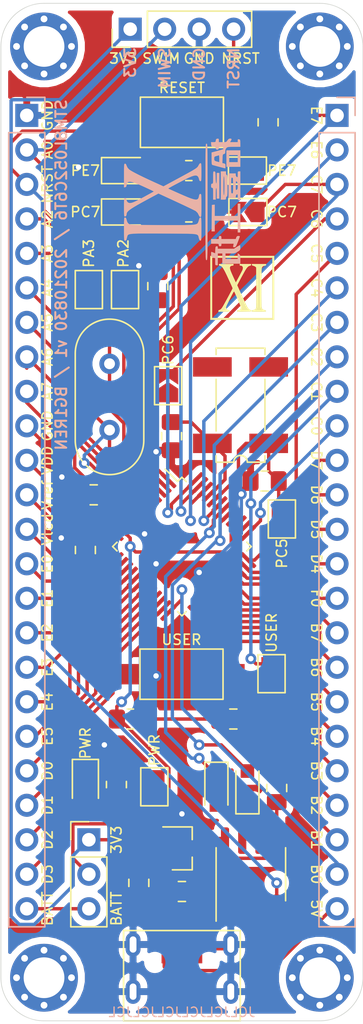
<source format=kicad_pcb>
(kicad_pcb (version 20171130) (host pcbnew "(5.1.10-1-10_14)")
  (layers (0 F.Cu signal) (31 B.Cu signal) (34 B.Paste user) (35 F.Paste user) (36 B.SilkS user) (37 F.SilkS user) (38 B.Mask user) (39 F.Mask user) (44 Edge.Cuts user))
  (net 0 "")
  (net 1 GND)
  (net 2 /5V)
  (net 3 /3V3)
  (net 4 /NRST)
  (net 5 /LSE_IN)
  (net 6 /LSE_OUT)
  (net 7 "Net-(J2-Pad2)")
  (net 8 "Net-(J2-Pad3)")
  (net 9 "Net-(D1-Pad2)")
  (net 10 "Net-(D2-Pad1)")
  (net 11 /VLCD)
  (net 12 /HSE_IN)
  (net 13 /HSE_OUT)
  (net 14 /PC3)
  (net 15 /PC2)
  (net 16 /PA0)
  (net 17 /VDD)
  (net 18 "Net-(D3-Pad2)")
  (net 19 "Net-(D4-Pad2)")
  (net 20 "Net-(D5-Pad2)")
  (net 21 "Net-(JP3-Pad2)")
  (net 22 /PE7)
  (net 23 "Net-(JP5-Pad2)")
  (net 24 /PC7)
  (net 25 "Net-(JP7-Pad2)")
  (net 26 "Net-(C10-Pad1)")
  (net 27 /BATT)
  (net 28 /PD3)
  (net 29 /PD2)
  (net 30 /PD1)
  (net 31 /PD0)
  (net 32 /PE5)
  (net 33 /PE4)
  (net 34 /PE3)
  (net 35 /PE2)
  (net 36 /PE1)
  (net 37 /PE0)
  (net 38 /VREF)
  (net 39 /PA7)
  (net 40 /PA6)
  (net 41 /PA5)
  (net 42 /PA4)
  (net 43 /PA3)
  (net 44 /PA2)
  (net 45 /PB0)
  (net 46 /PB1)
  (net 47 /PB2)
  (net 48 /PB3)
  (net 49 /PB4)
  (net 50 /PB5)
  (net 51 /PB6)
  (net 52 /PB7)
  (net 53 /PF0)
  (net 54 /PD4)
  (net 55 /PD5)
  (net 56 /PD6)
  (net 57 /PD7)
  (net 58 /PC0)
  (net 59 /PC1)
  (net 60 /PC4)
  (net 61 /PC5)
  (net 62 /PC6)
  (net 63 /PE6)
  (module xi:xi-logo-a-10_09 (layer B.Cu) (at 49.53 54.61 270)
    (fp_text reference G*** hide)
    (fp_text value LOGO hide)
  )
  (module xi:xi-logo-c-05_05 (layer F.Cu) (at 53.975 60.96)
    (fp_text reference G*** hide)
    (fp_text value LOGO hide)
  )
  (module bg1ren:MountingHole_3mm_Pad_Via (layer F.Cu) (at 59.69 111.76)
    (fp_text reference H4 hide)
    (fp_text value MountingHole)
    (pad 1 thru_hole circle (at 1.431891 -1.431891) (size 0.8 0.8) (drill 0.5) (layers *.Cu *.Mask))
    (pad 1 thru_hole circle (at 0 -2.025) (size 0.8 0.8) (drill 0.5) (layers *.Cu *.Mask))
    (pad 1 thru_hole circle (at -1.431891 -1.431891) (size 0.8 0.8) (drill 0.5) (layers *.Cu *.Mask))
    (pad 1 thru_hole circle (at -2.025 0) (size 0.8 0.8) (drill 0.5) (layers *.Cu *.Mask))
    (pad 1 thru_hole circle (at -1.431891 1.431891) (size 0.8 0.8) (drill 0.5) (layers *.Cu *.Mask))
    (pad 1 thru_hole circle (at 0 2.025) (size 0.8 0.8) (drill 0.5) (layers *.Cu *.Mask))
    (pad 1 thru_hole circle (at 1.431891 1.431891) (size 0.8 0.8) (drill 0.5) (layers *.Cu *.Mask))
    (pad 1 thru_hole circle (at 2.025 0) (size 0.8 0.8) (drill 0.5) (layers *.Cu *.Mask))
    (pad 1 thru_hole circle (at 0 0) (size 5 5) (drill 3) (layers *.Cu *.Mask))
  )
  (module bg1ren:MountingHole_3mm_Pad_Via (layer F.Cu) (at 39.37 111.76)
    (fp_text reference H3 hide)
    (fp_text value MountingHole)
    (pad 1 thru_hole circle (at 1.431891 -1.431891) (size 0.8 0.8) (drill 0.5) (layers *.Cu *.Mask))
    (pad 1 thru_hole circle (at 0 -2.025) (size 0.8 0.8) (drill 0.5) (layers *.Cu *.Mask))
    (pad 1 thru_hole circle (at -1.431891 -1.431891) (size 0.8 0.8) (drill 0.5) (layers *.Cu *.Mask))
    (pad 1 thru_hole circle (at -2.025 0) (size 0.8 0.8) (drill 0.5) (layers *.Cu *.Mask))
    (pad 1 thru_hole circle (at -1.431891 1.431891) (size 0.8 0.8) (drill 0.5) (layers *.Cu *.Mask))
    (pad 1 thru_hole circle (at 0 2.025) (size 0.8 0.8) (drill 0.5) (layers *.Cu *.Mask))
    (pad 1 thru_hole circle (at 1.431891 1.431891) (size 0.8 0.8) (drill 0.5) (layers *.Cu *.Mask))
    (pad 1 thru_hole circle (at 2.025 0) (size 0.8 0.8) (drill 0.5) (layers *.Cu *.Mask))
    (pad 1 thru_hole circle (at 0 0) (size 5 5) (drill 3) (layers *.Cu *.Mask))
  )
  (module bg1ren:MountingHole_3mm_Pad_Via (layer F.Cu) (at 59.69 43.18)
    (fp_text reference H2 hide)
    (fp_text value MountingHole)
    (pad 1 thru_hole circle (at 1.431891 -1.431891) (size 0.8 0.8) (drill 0.5) (layers *.Cu *.Mask))
    (pad 1 thru_hole circle (at 0 -2.025) (size 0.8 0.8) (drill 0.5) (layers *.Cu *.Mask))
    (pad 1 thru_hole circle (at -1.431891 -1.431891) (size 0.8 0.8) (drill 0.5) (layers *.Cu *.Mask))
    (pad 1 thru_hole circle (at -2.025 0) (size 0.8 0.8) (drill 0.5) (layers *.Cu *.Mask))
    (pad 1 thru_hole circle (at -1.431891 1.431891) (size 0.8 0.8) (drill 0.5) (layers *.Cu *.Mask))
    (pad 1 thru_hole circle (at 0 2.025) (size 0.8 0.8) (drill 0.5) (layers *.Cu *.Mask))
    (pad 1 thru_hole circle (at 1.431891 1.431891) (size 0.8 0.8) (drill 0.5) (layers *.Cu *.Mask))
    (pad 1 thru_hole circle (at 2.025 0) (size 0.8 0.8) (drill 0.5) (layers *.Cu *.Mask))
    (pad 1 thru_hole circle (at 0 0) (size 5 5) (drill 3) (layers *.Cu *.Mask))
  )
  (module bg1ren:MountingHole_3mm_Pad_Via (layer F.Cu) (at 39.37 43.18)
    (fp_text reference H1 hide)
    (fp_text value MountingHole)
    (pad 1 thru_hole circle (at 1.431891 -1.431891) (size 0.8 0.8) (drill 0.5) (layers *.Cu *.Mask))
    (pad 1 thru_hole circle (at 0 -2.025) (size 0.8 0.8) (drill 0.5) (layers *.Cu *.Mask))
    (pad 1 thru_hole circle (at -1.431891 -1.431891) (size 0.8 0.8) (drill 0.5) (layers *.Cu *.Mask))
    (pad 1 thru_hole circle (at -2.025 0) (size 0.8 0.8) (drill 0.5) (layers *.Cu *.Mask))
    (pad 1 thru_hole circle (at -1.431891 1.431891) (size 0.8 0.8) (drill 0.5) (layers *.Cu *.Mask))
    (pad 1 thru_hole circle (at 0 2.025) (size 0.8 0.8) (drill 0.5) (layers *.Cu *.Mask))
    (pad 1 thru_hole circle (at 1.431891 1.431891) (size 0.8 0.8) (drill 0.5) (layers *.Cu *.Mask))
    (pad 1 thru_hole circle (at 2.025 0) (size 0.8 0.8) (drill 0.5) (layers *.Cu *.Mask))
    (pad 1 thru_hole circle (at 0 0) (size 5 5) (drill 3) (layers *.Cu *.Mask))
  )
  (module Button_Switch_SMD:SW_SPST_CK_RS282G05A3 (layer F.Cu) (at 49.5 89.408)
    (fp_text reference SW2 hide)
    (fp_text value USER (at 0 -2.54) (layer F.SilkS) (effects (font (size 0.75 0.75) (thickness 0.12))))
    (pad 2 smd rect (at 3.9 0) (size 1.5 1.5) (layers F.Cu F.Paste F.Mask) (net 26 "Net-(C10-Pad1)"))
    (pad 1 smd rect (at -3.9 0) (size 1.5 1.5) (layers F.Cu F.Paste F.Mask) (net 1 GND))
  )
  (module Button_Switch_SMD:SW_SPST_CK_RS282G05A3 (layer F.Cu) (at 49.53 48.768 180)
    (fp_text reference SW1 hide)
    (fp_text value RESET (at 0 2.54) (layer F.SilkS) (effects (font (size 0.75 0.75) (thickness 0.12))))
    (pad 2 smd rect (at 3.9 0 180) (size 1.5 1.5) (layers F.Cu F.Paste F.Mask) (net 4 /NRST))
    (pad 1 smd rect (at -3.9 0 180) (size 1.5 1.5) (layers F.Cu F.Paste F.Mask) (net 1 GND))
  )
  (module Resistor_SMD:R_0805_2012Metric_Pad1.20x1.40mm_HandSolder (layer F.Cu) (at 45.736 92.71)
    (fp_text reference R4 hide)
    (fp_text value 4.7K)
    (pad 2 smd roundrect (at 1 0) (size 1.2 1.4) (layers F.Cu F.Paste F.Mask) (roundrect_rratio 0.208333) (net 26 "Net-(C10-Pad1)"))
    (pad 1 smd roundrect (at -1 0) (size 1.2 1.4) (layers F.Cu F.Paste F.Mask) (roundrect_rratio 0.208333) (net 17 /VDD))
  )
  (module Jumper:SolderJumper-2_P1.3mm_Open_TrianglePad1.0x1.5mm (layer F.Cu) (at 56.134 89.370999 270)
    (fp_text reference JP8 hide)
    (fp_text value USER (at -3.010999 0 90) (layer F.SilkS) (effects (font (size 0.75 0.75) (thickness 0.12))))
    (pad 1 smd custom (at -0.725 0 270) (size 0.3 0.3) (layers F.Cu F.Mask) (net 59 /PC1) (options (clearance outline) (anchor rect)) (primitives (gr_poly (pts (xy -0.5 -0.75) (xy 0.5 -0.75) (xy 1 0) (xy 0.5 0.75) (xy -0.5 0.75)) (width 0))))
    (pad 2 smd custom (at 0.725 0 270) (size 0.3 0.3) (layers F.Cu F.Mask) (net 26 "Net-(C10-Pad1)") (options (clearance outline) (anchor rect)) (primitives (gr_poly (pts (xy -0.65 -0.75) (xy 0.5 -0.75) (xy 0.5 0.75) (xy -0.65 0.75) (xy -0.15 0)) (width 0))))
  )
  (module Connector_PinHeader_2.54mm:PinHeader_1x24_P2.54mm_Vertical (layer B.Cu) (at 60.96 48.26 180)
    (fp_text reference J5 hide)
    (fp_text value Header2)
    (pad 24 thru_hole oval (at 0 -58.42 180) (size 1.7 1.7) (drill 1) (layers *.Cu *.Mask) (net 2 /5V))
    (pad 23 thru_hole oval (at 0 -55.88 180) (size 1.7 1.7) (drill 1) (layers *.Cu *.Mask) (net 45 /PB0))
    (pad 22 thru_hole oval (at 0 -53.34 180) (size 1.7 1.7) (drill 1) (layers *.Cu *.Mask) (net 46 /PB1))
    (pad 21 thru_hole oval (at 0 -50.8 180) (size 1.7 1.7) (drill 1) (layers *.Cu *.Mask) (net 47 /PB2))
    (pad 20 thru_hole oval (at 0 -48.26 180) (size 1.7 1.7) (drill 1) (layers *.Cu *.Mask) (net 48 /PB3))
    (pad 19 thru_hole oval (at 0 -45.72 180) (size 1.7 1.7) (drill 1) (layers *.Cu *.Mask) (net 49 /PB4))
    (pad 18 thru_hole oval (at 0 -43.18 180) (size 1.7 1.7) (drill 1) (layers *.Cu *.Mask) (net 50 /PB5))
    (pad 17 thru_hole oval (at 0 -40.64 180) (size 1.7 1.7) (drill 1) (layers *.Cu *.Mask) (net 51 /PB6))
    (pad 16 thru_hole oval (at 0 -38.1 180) (size 1.7 1.7) (drill 1) (layers *.Cu *.Mask) (net 52 /PB7))
    (pad 15 thru_hole oval (at 0 -35.56 180) (size 1.7 1.7) (drill 1) (layers *.Cu *.Mask) (net 53 /PF0))
    (pad 14 thru_hole oval (at 0 -33.02 180) (size 1.7 1.7) (drill 1) (layers *.Cu *.Mask) (net 54 /PD4))
    (pad 13 thru_hole oval (at 0 -30.48 180) (size 1.7 1.7) (drill 1) (layers *.Cu *.Mask) (net 55 /PD5))
    (pad 12 thru_hole oval (at 0 -27.94 180) (size 1.7 1.7) (drill 1) (layers *.Cu *.Mask) (net 56 /PD6))
    (pad 11 thru_hole oval (at 0 -25.4 180) (size 1.7 1.7) (drill 1) (layers *.Cu *.Mask) (net 57 /PD7))
    (pad 10 thru_hole oval (at 0 -22.86 180) (size 1.7 1.7) (drill 1) (layers *.Cu *.Mask) (net 58 /PC0))
    (pad 9 thru_hole oval (at 0 -20.32 180) (size 1.7 1.7) (drill 1) (layers *.Cu *.Mask) (net 59 /PC1))
    (pad 8 thru_hole oval (at 0 -17.78 180) (size 1.7 1.7) (drill 1) (layers *.Cu *.Mask) (net 15 /PC2))
    (pad 7 thru_hole oval (at 0 -15.24 180) (size 1.7 1.7) (drill 1) (layers *.Cu *.Mask) (net 14 /PC3))
    (pad 6 thru_hole oval (at 0 -12.7 180) (size 1.7 1.7) (drill 1) (layers *.Cu *.Mask) (net 60 /PC4))
    (pad 5 thru_hole oval (at 0 -10.16 180) (size 1.7 1.7) (drill 1) (layers *.Cu *.Mask) (net 61 /PC5))
    (pad 4 thru_hole oval (at 0 -7.62 180) (size 1.7 1.7) (drill 1) (layers *.Cu *.Mask) (net 62 /PC6))
    (pad 3 thru_hole oval (at 0 -5.08 180) (size 1.7 1.7) (drill 1) (layers *.Cu *.Mask) (net 24 /PC7))
    (pad 2 thru_hole oval (at 0 -2.54 180) (size 1.7 1.7) (drill 1) (layers *.Cu *.Mask) (net 63 /PE6))
    (pad 1 thru_hole rect (at 0 0 180) (size 1.7 1.7) (drill 1) (layers *.Cu *.Mask) (net 22 /PE7))
  )
  (module Connector_PinHeader_2.54mm:PinHeader_1x24_P2.54mm_Vertical (layer B.Cu) (at 38.1 48.26 180)
    (fp_text reference J4 hide)
    (fp_text value Header1)
    (pad 24 thru_hole oval (at 0 -58.42 180) (size 1.7 1.7) (drill 1) (layers *.Cu *.Mask) (net 27 /BATT))
    (pad 23 thru_hole oval (at 0 -55.88 180) (size 1.7 1.7) (drill 1) (layers *.Cu *.Mask) (net 28 /PD3))
    (pad 22 thru_hole oval (at 0 -53.34 180) (size 1.7 1.7) (drill 1) (layers *.Cu *.Mask) (net 29 /PD2))
    (pad 21 thru_hole oval (at 0 -50.8 180) (size 1.7 1.7) (drill 1) (layers *.Cu *.Mask) (net 30 /PD1))
    (pad 20 thru_hole oval (at 0 -48.26 180) (size 1.7 1.7) (drill 1) (layers *.Cu *.Mask) (net 31 /PD0))
    (pad 19 thru_hole oval (at 0 -45.72 180) (size 1.7 1.7) (drill 1) (layers *.Cu *.Mask) (net 32 /PE5))
    (pad 18 thru_hole oval (at 0 -43.18 180) (size 1.7 1.7) (drill 1) (layers *.Cu *.Mask) (net 33 /PE4))
    (pad 17 thru_hole oval (at 0 -40.64 180) (size 1.7 1.7) (drill 1) (layers *.Cu *.Mask) (net 34 /PE3))
    (pad 16 thru_hole oval (at 0 -38.1 180) (size 1.7 1.7) (drill 1) (layers *.Cu *.Mask) (net 35 /PE2))
    (pad 15 thru_hole oval (at 0 -35.56 180) (size 1.7 1.7) (drill 1) (layers *.Cu *.Mask) (net 36 /PE1))
    (pad 14 thru_hole oval (at 0 -33.02 180) (size 1.7 1.7) (drill 1) (layers *.Cu *.Mask) (net 37 /PE0))
    (pad 13 thru_hole oval (at 0 -30.48 180) (size 1.7 1.7) (drill 1) (layers *.Cu *.Mask) (net 11 /VLCD))
    (pad 12 thru_hole oval (at 0 -27.94 180) (size 1.7 1.7) (drill 1) (layers *.Cu *.Mask) (net 38 /VREF))
    (pad 11 thru_hole oval (at 0 -25.4 180) (size 1.7 1.7) (drill 1) (layers *.Cu *.Mask) (net 17 /VDD))
    (pad 10 thru_hole oval (at 0 -22.86 180) (size 1.7 1.7) (drill 1) (layers *.Cu *.Mask) (net 1 GND))
    (pad 9 thru_hole oval (at 0 -20.32 180) (size 1.7 1.7) (drill 1) (layers *.Cu *.Mask) (net 39 /PA7))
    (pad 8 thru_hole oval (at 0 -17.78 180) (size 1.7 1.7) (drill 1) (layers *.Cu *.Mask) (net 40 /PA6))
    (pad 7 thru_hole oval (at 0 -15.24 180) (size 1.7 1.7) (drill 1) (layers *.Cu *.Mask) (net 41 /PA5))
    (pad 6 thru_hole oval (at 0 -12.7 180) (size 1.7 1.7) (drill 1) (layers *.Cu *.Mask) (net 42 /PA4))
    (pad 5 thru_hole oval (at 0 -10.16 180) (size 1.7 1.7) (drill 1) (layers *.Cu *.Mask) (net 43 /PA3))
    (pad 4 thru_hole oval (at 0 -7.62 180) (size 1.7 1.7) (drill 1) (layers *.Cu *.Mask) (net 44 /PA2))
    (pad 3 thru_hole oval (at 0 -5.08 180) (size 1.7 1.7) (drill 1) (layers *.Cu *.Mask) (net 4 /NRST))
    (pad 2 thru_hole oval (at 0 -2.54 180) (size 1.7 1.7) (drill 1) (layers *.Cu *.Mask) (net 16 /PA0))
    (pad 1 thru_hole rect (at 0 0 180) (size 1.7 1.7) (drill 1) (layers *.Cu *.Mask) (net 1 GND))
  )
  (module Capacitor_SMD:C_0805_2012Metric_Pad1.18x1.45mm_HandSolder (layer F.Cu) (at 53.3185 92.71)
    (fp_text reference C10 hide)
    (fp_text value 100n)
    (pad 2 smd roundrect (at 1.0375 0) (size 1.175 1.45) (layers F.Cu F.Paste F.Mask) (roundrect_rratio 0.212766) (net 1 GND))
    (pad 1 smd roundrect (at -1.0375 0) (size 1.175 1.45) (layers F.Cu F.Paste F.Mask) (roundrect_rratio 0.212766) (net 26 "Net-(C10-Pad1)"))
  )
  (module Resistor_SMD:R_0805_2012Metric_Pad1.20x1.40mm_HandSolder (layer F.Cu) (at 50.038 55.372 180)
    (fp_text reference R3 hide)
    (fp_text value 1K)
    (pad 2 smd roundrect (at 1 0 180) (size 1.2 1.4) (layers F.Cu F.Paste F.Mask) (roundrect_rratio 0.208333) (net 20 "Net-(D5-Pad2)"))
    (pad 1 smd roundrect (at -1 0 180) (size 1.2 1.4) (layers F.Cu F.Paste F.Mask) (roundrect_rratio 0.208333) (net 25 "Net-(JP7-Pad2)"))
  )
  (module Resistor_SMD:R_0805_2012Metric_Pad1.20x1.40mm_HandSolder (layer F.Cu) (at 50.038 52.324 180)
    (fp_text reference R2 hide)
    (fp_text value 1K)
    (pad 2 smd roundrect (at 1 0 180) (size 1.2 1.4) (layers F.Cu F.Paste F.Mask) (roundrect_rratio 0.208333) (net 19 "Net-(D4-Pad2)"))
    (pad 1 smd roundrect (at -1 0 180) (size 1.2 1.4) (layers F.Cu F.Paste F.Mask) (roundrect_rratio 0.208333) (net 23 "Net-(JP5-Pad2)"))
  )
  (module Resistor_SMD:R_0805_2012Metric_Pad1.20x1.40mm_HandSolder (layer F.Cu) (at 44.704 97.536 270)
    (fp_text reference R1 hide)
    (fp_text value 1K)
    (pad 2 smd roundrect (at 1 0 270) (size 1.2 1.4) (layers F.Cu F.Paste F.Mask) (roundrect_rratio 0.208333) (net 18 "Net-(D3-Pad2)"))
    (pad 1 smd roundrect (at -1 0 270) (size 1.2 1.4) (layers F.Cu F.Paste F.Mask) (roundrect_rratio 0.208333) (net 21 "Net-(JP3-Pad2)"))
  )
  (module Jumper:SolderJumper-2_P1.3mm_Open_TrianglePad1.0x1.5mm (layer F.Cu) (at 54.393 55.372 180)
    (fp_text reference JP7 hide)
    (fp_text value PC7 (at -2.503 0) (layer F.SilkS) (effects (font (size 0.75 0.75) (thickness 0.12))))
    (pad 1 smd custom (at -0.725 0 180) (size 0.3 0.3) (layers F.Cu F.Mask) (net 24 /PC7) (options (clearance outline) (anchor rect)) (primitives (gr_poly (pts (xy -0.5 -0.75) (xy 0.5 -0.75) (xy 1 0) (xy 0.5 0.75) (xy -0.5 0.75)) (width 0))))
    (pad 2 smd custom (at 0.725 0 180) (size 0.3 0.3) (layers F.Cu F.Mask) (net 25 "Net-(JP7-Pad2)") (options (clearance outline) (anchor rect)) (primitives (gr_poly (pts (xy -0.65 -0.75) (xy 0.5 -0.75) (xy 0.5 0.75) (xy -0.65 0.75) (xy -0.15 0)) (width 0))))
  )
  (module Jumper:SolderJumper-2_P1.3mm_Open_TrianglePad1.0x1.5mm (layer F.Cu) (at 42.672 61.087 270)
    (fp_text reference JP6 hide)
    (fp_text value PA3 (at -2.667 0 90) (layer F.SilkS) (effects (font (size 0.75 0.75) (thickness 0.12))))
    (pad 1 smd custom (at -0.725 0 270) (size 0.3 0.3) (layers F.Cu F.Mask) (net 43 /PA3) (options (clearance outline) (anchor rect)) (primitives (gr_poly (pts (xy -0.5 -0.75) (xy 0.5 -0.75) (xy 1 0) (xy 0.5 0.75) (xy -0.5 0.75)) (width 0))))
    (pad 2 smd custom (at 0.725 0 270) (size 0.3 0.3) (layers F.Cu F.Mask) (net 13 /HSE_OUT) (options (clearance outline) (anchor rect)) (primitives (gr_poly (pts (xy -0.65 -0.75) (xy 0.5 -0.75) (xy 0.5 0.75) (xy -0.65 0.75) (xy -0.15 0)) (width 0))))
  )
  (module Jumper:SolderJumper-2_P1.3mm_Open_TrianglePad1.0x1.5mm (layer F.Cu) (at 54.356 52.324 180)
    (fp_text reference JP5 hide)
    (fp_text value PE7 (at -2.54 0) (layer F.SilkS) (effects (font (size 0.75 0.75) (thickness 0.12))))
    (pad 1 smd custom (at -0.725 0 180) (size 0.3 0.3) (layers F.Cu F.Mask) (net 22 /PE7) (options (clearance outline) (anchor rect)) (primitives (gr_poly (pts (xy -0.5 -0.75) (xy 0.5 -0.75) (xy 1 0) (xy 0.5 0.75) (xy -0.5 0.75)) (width 0))))
    (pad 2 smd custom (at 0.725 0 180) (size 0.3 0.3) (layers F.Cu F.Mask) (net 23 "Net-(JP5-Pad2)") (options (clearance outline) (anchor rect)) (primitives (gr_poly (pts (xy -0.65 -0.75) (xy 0.5 -0.75) (xy 0.5 0.75) (xy -0.65 0.75) (xy -0.15 0)) (width 0))))
  )
  (module Jumper:SolderJumper-2_P1.3mm_Open_TrianglePad1.0x1.5mm (layer F.Cu) (at 45.339 61.087 270)
    (fp_text reference JP4 hide)
    (fp_text value PA2 (at -2.667 0.127 90) (layer F.SilkS) (effects (font (size 0.75 0.75) (thickness 0.12))))
    (pad 1 smd custom (at -0.725 0 270) (size 0.3 0.3) (layers F.Cu F.Mask) (net 44 /PA2) (options (clearance outline) (anchor rect)) (primitives (gr_poly (pts (xy -0.5 -0.75) (xy 0.5 -0.75) (xy 1 0) (xy 0.5 0.75) (xy -0.5 0.75)) (width 0))))
    (pad 2 smd custom (at 0.725 0 270) (size 0.3 0.3) (layers F.Cu F.Mask) (net 12 /HSE_IN) (options (clearance outline) (anchor rect)) (primitives (gr_poly (pts (xy -0.65 -0.75) (xy 0.5 -0.75) (xy 0.5 0.75) (xy -0.65 0.75) (xy -0.15 0)) (width 0))))
  )
  (module Jumper:SolderJumper-2_P1.3mm_Open_TrianglePad1.0x1.5mm (layer F.Cu) (at 47.498 97.7 90)
    (fp_text reference JP3 hide)
    (fp_text value PWR (at 2.704 0 90) (layer F.SilkS) (effects (font (size 0.75 0.75) (thickness 0.12))))
    (pad 1 smd custom (at -0.725 0 90) (size 0.3 0.3) (layers F.Cu F.Mask) (net 17 /VDD) (options (clearance outline) (anchor rect)) (primitives (gr_poly (pts (xy -0.5 -0.75) (xy 0.5 -0.75) (xy 1 0) (xy 0.5 0.75) (xy -0.5 0.75)) (width 0))))
    (pad 2 smd custom (at 0.725 0 90) (size 0.3 0.3) (layers F.Cu F.Mask) (net 21 "Net-(JP3-Pad2)") (options (clearance outline) (anchor rect)) (primitives (gr_poly (pts (xy -0.65 -0.75) (xy 0.5 -0.75) (xy 0.5 0.75) (xy -0.65 0.75) (xy -0.15 0)) (width 0))))
  )
  (module Jumper:SolderJumper-2_P1.3mm_Open_TrianglePad1.0x1.5mm (layer F.Cu) (at 48.514 68.161999 90)
    (fp_text reference JP2 hide)
    (fp_text value PC6 (at 2.629999 0 90) (layer F.SilkS) (effects (font (size 0.75 0.75) (thickness 0.12))))
    (pad 1 smd custom (at -0.725 0 90) (size 0.3 0.3) (layers F.Cu F.Mask) (net 6 /LSE_OUT) (options (clearance outline) (anchor rect)) (primitives (gr_poly (pts (xy -0.5 -0.75) (xy 0.5 -0.75) (xy 1 0) (xy 0.5 0.75) (xy -0.5 0.75)) (width 0))))
    (pad 2 smd custom (at 0.725 0 90) (size 0.3 0.3) (layers F.Cu F.Mask) (net 62 /PC6) (options (clearance outline) (anchor rect)) (primitives (gr_poly (pts (xy -0.65 -0.75) (xy 0.5 -0.75) (xy 0.5 0.75) (xy -0.65 0.75) (xy -0.15 0)) (width 0))))
  )
  (module Jumper:SolderJumper-2_P1.3mm_Open_TrianglePad1.0x1.5mm (layer F.Cu) (at 56.896 77.978 90)
    (fp_text reference JP1 hide)
    (fp_text value PC5 (at -2.54 0 90) (layer F.SilkS) (effects (font (size 0.75 0.75) (thickness 0.12))))
    (pad 1 smd custom (at -0.725 0 90) (size 0.3 0.3) (layers F.Cu F.Mask) (net 61 /PC5) (options (clearance outline) (anchor rect)) (primitives (gr_poly (pts (xy -0.5 -0.75) (xy 0.5 -0.75) (xy 1 0) (xy 0.5 0.75) (xy -0.5 0.75)) (width 0))))
    (pad 2 smd custom (at 0.725 0 90) (size 0.3 0.3) (layers F.Cu F.Mask) (net 5 /LSE_IN) (options (clearance outline) (anchor rect)) (primitives (gr_poly (pts (xy -0.65 -0.75) (xy 0.5 -0.75) (xy 0.5 0.75) (xy -0.65 0.75) (xy -0.15 0)) (width 0))))
  )
  (module LED_SMD:LED_0805_2012Metric_Pad1.15x1.40mm_HandSolder (layer F.Cu) (at 45.466 55.372)
    (fp_text reference D5 hide)
    (fp_text value PC7 (at -3.048 0) (layer F.SilkS) (effects (font (size 0.75 0.75) (thickness 0.12))))
    (pad 2 smd roundrect (at 1.025 0) (size 1.15 1.4) (layers F.Cu F.Paste F.Mask) (roundrect_rratio 0.217391) (net 20 "Net-(D5-Pad2)"))
    (pad 1 smd roundrect (at -1.025 0) (size 1.15 1.4) (layers F.Cu F.Paste F.Mask) (roundrect_rratio 0.217391) (net 1 GND))
  )
  (module LED_SMD:LED_0805_2012Metric_Pad1.15x1.40mm_HandSolder (layer F.Cu) (at 45.466 52.324)
    (fp_text reference D4 hide)
    (fp_text value PE7 (at -3.048 0) (layer F.SilkS) (effects (font (size 0.75 0.75) (thickness 0.12))))
    (pad 2 smd roundrect (at 1.025 0) (size 1.15 1.4) (layers F.Cu F.Paste F.Mask) (roundrect_rratio 0.217391) (net 19 "Net-(D4-Pad2)"))
    (pad 1 smd roundrect (at -1.025 0) (size 1.15 1.4) (layers F.Cu F.Paste F.Mask) (roundrect_rratio 0.217391) (net 1 GND))
  )
  (module LED_SMD:LED_0805_2012Metric_Pad1.15x1.40mm_HandSolder (layer F.Cu) (at 42.418 97.544999 270)
    (fp_text reference D3 hide)
    (fp_text value PWR (at -3.056999 0 90) (layer F.SilkS) (effects (font (size 0.75 0.75) (thickness 0.12))))
    (pad 2 smd roundrect (at 1.025 0 270) (size 1.15 1.4) (layers F.Cu F.Paste F.Mask) (roundrect_rratio 0.217391) (net 18 "Net-(D3-Pad2)"))
    (pad 1 smd roundrect (at -1.025 0 270) (size 1.15 1.4) (layers F.Cu F.Paste F.Mask) (roundrect_rratio 0.217391) (net 1 GND))
  )
  (module Connector_PinHeader_2.54mm:PinHeader_1x03_P2.54mm_Vertical (layer F.Cu) (at 42.672 101.6)
    (fp_text reference J3 hide)
    (fp_text value PWR)
    (pad 3 thru_hole oval (at 0 5.08) (size 1.7 1.7) (drill 1) (layers *.Cu *.Mask) (net 27 /BATT))
    (pad 2 thru_hole oval (at 0 2.54) (size 1.7 1.7) (drill 1) (layers *.Cu *.Mask) (net 17 /VDD))
    (pad 1 thru_hole rect (at 0 0) (size 1.7 1.7) (drill 1) (layers *.Cu *.Mask) (net 3 /3V3))
  )
  (module Capacitor_SMD:C_0805_2012Metric_Pad1.18x1.45mm_HandSolder (layer F.Cu) (at 55.88 48.768 270)
    (fp_text reference C9 hide)
    (fp_text value 100n)
    (pad 2 smd roundrect (at 1.0375 0 270) (size 1.175 1.45) (layers F.Cu F.Paste F.Mask) (roundrect_rratio 0.212766) (net 1 GND))
    (pad 1 smd roundrect (at -1.0375 0 270) (size 1.175 1.45) (layers F.Cu F.Paste F.Mask) (roundrect_rratio 0.212766) (net 4 /NRST))
  )
  (module Crystal:Crystal_HC49-4H_Vertical (layer F.Cu) (at 44.196 66.548 270)
    (fp_text reference Y2 hide)
    (fp_text value 16M)
    (pad 2 thru_hole circle (at 4.88 0 270) (size 1.5 1.5) (drill 0.8) (layers *.Cu *.Mask) (net 13 /HSE_OUT))
    (pad 1 thru_hole circle (at 0 0 270) (size 1.5 1.5) (drill 0.8) (layers *.Cu *.Mask) (net 12 /HSE_IN))
  )
  (module Crystal:Crystal_SMD_SeikoEpson_MC306-4Pin_8.0x3.2mm_HandSoldering (layer F.Cu) (at 53.848 69.596 90)
    (fp_text reference Y1 hide)
    (fp_text value 32.768K)
    (pad 4 smd rect (at -2.815 -2.075 90) (size 1.43 2.85) (layers F.Cu F.Paste F.Mask) (net 6 /LSE_OUT))
    (pad 3 smd rect (at 2.815 -2.075 90) (size 1.43 2.85) (layers F.Cu F.Paste F.Mask))
    (pad 2 smd rect (at 2.815 2.075 90) (size 1.43 2.85) (layers F.Cu F.Paste F.Mask))
    (pad 1 smd rect (at -2.815 2.075 90) (size 1.43 2.85) (layers F.Cu F.Paste F.Mask) (net 5 /LSE_IN))
  )
  (module Capacitor_SMD:C_0805_2012Metric_Pad1.18x1.45mm_HandSolder (layer F.Cu) (at 43.0315 76.2 180)
    (fp_text reference C8 hide)
    (fp_text value 20p)
    (pad 2 smd roundrect (at 1.0375 0 180) (size 1.175 1.45) (layers F.Cu F.Paste F.Mask) (roundrect_rratio 0.212766) (net 1 GND))
    (pad 1 smd roundrect (at -1.0375 0 180) (size 1.175 1.45) (layers F.Cu F.Paste F.Mask) (roundrect_rratio 0.212766) (net 13 /HSE_OUT))
  )
  (module Capacitor_SMD:C_0805_2012Metric_Pad1.18x1.45mm_HandSolder (layer F.Cu) (at 47.752 60.833 90)
    (fp_text reference C7 hide)
    (fp_text value 20p)
    (pad 2 smd roundrect (at 1.0375 0 90) (size 1.175 1.45) (layers F.Cu F.Paste F.Mask) (roundrect_rratio 0.212766) (net 1 GND))
    (pad 1 smd roundrect (at -1.0375 0 90) (size 1.175 1.45) (layers F.Cu F.Paste F.Mask) (roundrect_rratio 0.212766) (net 12 /HSE_IN))
  )
  (module Diode_SMD:D_SOD-323_HandSoldering (layer F.Cu) (at 52.07 97.79 270)
    (fp_text reference D1 hide)
    (fp_text value 1N5819)
    (pad 2 smd rect (at 1.25 0 270) (size 1 1) (layers F.Cu F.Paste F.Mask) (net 9 "Net-(D1-Pad2)"))
    (pad 1 smd rect (at -1.25 0 270) (size 1 1) (layers F.Cu F.Paste F.Mask) (net 14 /PC3))
  )
  (module bg1ren:MicroUSB5P-A01SB141B1-261 (layer F.Cu) (at 49.53 114.935)
    (fp_text reference J2 hide)
    (fp_text value USB)
    (pad "" np_thru_hole circle (at -2 -4.3) (size 0.55 0.55) (drill 0.55) (layers *.Cu *.Mask))
    (pad "" np_thru_hole circle (at 2 -4.3) (size 0.55 0.55) (drill 0.55) (layers *.Cu *.Mask))
    (pad 1 smd rect (at -1.3 -5.31) (size 0.4 2.15) (layers F.Cu F.Paste F.Mask) (net 2 /5V))
    (pad 2 smd rect (at -0.65 -5.31) (size 0.4 2.15) (layers F.Cu F.Paste F.Mask) (net 7 "Net-(J2-Pad2)"))
    (pad 5 smd rect (at 1.3 -5.31) (size 0.4 2.15) (layers F.Cu F.Paste F.Mask) (net 1 GND))
    (pad 4 smd rect (at 0.65 -5.31) (size 0.4 2.15) (layers F.Cu F.Paste F.Mask))
    (pad 3 smd rect (at 0 -5.31) (size 0.4 2.15) (layers F.Cu F.Paste F.Mask) (net 8 "Net-(J2-Pad3)"))
    (pad 6 thru_hole oval (at -3.6 -5.62) (size 1.1 1.8) (drill oval 0.5 1.2) (layers *.Cu *.Mask) (net 1 GND))
    (pad 6 thru_hole oval (at 3.6 -5.62) (size 1.1 1.8) (drill oval 0.5 1.2) (layers *.Cu *.Mask) (net 1 GND))
    (pad 6 thru_hole oval (at -3.6 -2.15) (size 1.1 1.8) (drill oval 0.5 1.2) (layers *.Cu *.Mask) (net 1 GND))
    (pad 6 thru_hole oval (at 3.6 -2.15) (size 1.1 1.8) (drill oval 0.5 1.2) (layers *.Cu *.Mask) (net 1 GND))
  )
  (module Diode_SMD:D_SOD-323_HandSoldering (layer F.Cu) (at 54.356 97.79 90)
    (fp_text reference D2 hide)
    (fp_text value 1N5819)
    (pad 2 smd rect (at 1.25 0 90) (size 1 1) (layers F.Cu F.Paste F.Mask) (net 15 /PC2))
    (pad 1 smd rect (at -1.25 0 90) (size 1 1) (layers F.Cu F.Paste F.Mask) (net 10 "Net-(D2-Pad1)"))
  )
  (module Capacitor_SMD:C_0805_2012Metric_Pad1.18x1.45mm_HandSolder (layer F.Cu) (at 56.515 97.79 90)
    (fp_text reference C6 hide)
    (fp_text value 100n)
    (pad 2 smd roundrect (at 1.0375 0 90) (size 1.175 1.45) (layers F.Cu F.Paste F.Mask) (roundrect_rratio 0.212766) (net 1 GND))
    (pad 1 smd roundrect (at -1.0375 0 90) (size 1.175 1.45) (layers F.Cu F.Paste F.Mask) (roundrect_rratio 0.212766) (net 3 /3V3))
  )
  (module Capacitor_SMD:C_0805_2012Metric_Pad1.18x1.45mm_HandSolder (layer F.Cu) (at 48.768 71.882 270)
    (fp_text reference C5 hide)
    (fp_text value 20p)
    (pad 2 smd roundrect (at 1.0375 0 270) (size 1.175 1.45) (layers F.Cu F.Paste F.Mask) (roundrect_rratio 0.212766) (net 1 GND))
    (pad 1 smd roundrect (at -1.0375 0 270) (size 1.175 1.45) (layers F.Cu F.Paste F.Mask) (roundrect_rratio 0.212766) (net 6 /LSE_OUT))
  )
  (module Capacitor_SMD:C_0805_2012Metric_Pad1.18x1.45mm_HandSolder (layer F.Cu) (at 55.626 75.184 180)
    (fp_text reference C4 hide)
    (fp_text value 20p)
    (pad 2 smd roundrect (at 1.0375 0 180) (size 1.175 1.45) (layers F.Cu F.Paste F.Mask) (roundrect_rratio 0.212766) (net 1 GND))
    (pad 1 smd roundrect (at -1.0375 0 180) (size 1.175 1.45) (layers F.Cu F.Paste F.Mask) (roundrect_rratio 0.212766) (net 5 /LSE_IN))
  )
  (module Package_SO:SOIC-8_3.9x4.9mm_P1.27mm (layer F.Cu) (at 54.61 104.14 90)
    (fp_text reference U3 hide)
    (fp_text value CH340N)
    (pad 8 smd roundrect (at 2.475 -1.905 90) (size 1.95 0.6) (layers F.Cu F.Paste F.Mask) (net 3 /3V3))
    (pad 7 smd roundrect (at 2.475 -0.635 90) (size 1.95 0.6) (layers F.Cu F.Paste F.Mask) (net 9 "Net-(D1-Pad2)"))
    (pad 6 smd roundrect (at 2.475 0.635 90) (size 1.95 0.6) (layers F.Cu F.Paste F.Mask) (net 10 "Net-(D2-Pad1)"))
    (pad 5 smd roundrect (at 2.475 1.905 90) (size 1.95 0.6) (layers F.Cu F.Paste F.Mask) (net 3 /3V3))
    (pad 4 smd roundrect (at -2.475 1.905 90) (size 1.95 0.6) (layers F.Cu F.Paste F.Mask) (net 4 /NRST))
    (pad 3 smd roundrect (at -2.475 0.635 90) (size 1.95 0.6) (layers F.Cu F.Paste F.Mask) (net 1 GND))
    (pad 2 smd roundrect (at -2.475 -0.635 90) (size 1.95 0.6) (layers F.Cu F.Paste F.Mask) (net 7 "Net-(J2-Pad2)"))
    (pad 1 smd roundrect (at -2.475 -1.905 90) (size 1.95 0.6) (layers F.Cu F.Paste F.Mask) (net 8 "Net-(J2-Pad3)"))
  )
  (module Package_TO_SOT_SMD:SOT-23 (layer F.Cu) (at 49.53 102.235)
    (fp_text reference U2 hide)
    (fp_text value XC6206P332MR)
    (pad 3 smd rect (at 1 0) (size 0.9 0.8) (layers F.Cu F.Paste F.Mask) (net 2 /5V))
    (pad 2 smd rect (at -1 0.95) (size 0.9 0.8) (layers F.Cu F.Paste F.Mask) (net 3 /3V3))
    (pad 1 smd rect (at -1 -0.95) (size 0.9 0.8) (layers F.Cu F.Paste F.Mask) (net 1 GND))
  )
  (module Package_QFP:LQFP-48_7x7mm_P0.5mm (layer F.Cu) (at 49.53 80.01 315)
    (fp_text reference U1 hide)
    (fp_text value STM8L052C6T6)
    (pad 48 smd roundrect (at -2.75 -4.1625 315) (size 0.3 1.475) (layers F.Cu F.Paste F.Mask) (net 22 /PE7))
    (pad 47 smd roundrect (at -2.25 -4.1625 315) (size 0.3 1.475) (layers F.Cu F.Paste F.Mask) (net 63 /PE6))
    (pad 46 smd roundrect (at -1.75 -4.1625 315) (size 0.3 1.475) (layers F.Cu F.Paste F.Mask) (net 24 /PC7))
    (pad 45 smd roundrect (at -1.25 -4.1625 315) (size 0.3 1.475) (layers F.Cu F.Paste F.Mask) (net 6 /LSE_OUT))
    (pad 44 smd roundrect (at -0.75 -4.1625 315) (size 0.3 1.475) (layers F.Cu F.Paste F.Mask) (net 5 /LSE_IN))
    (pad 43 smd roundrect (at -0.25 -4.1625 315) (size 0.3 1.475) (layers F.Cu F.Paste F.Mask) (net 60 /PC4))
    (pad 42 smd roundrect (at 0.25 -4.1625 315) (size 0.3 1.475) (layers F.Cu F.Paste F.Mask) (net 14 /PC3))
    (pad 41 smd roundrect (at 0.75 -4.1625 315) (size 0.3 1.475) (layers F.Cu F.Paste F.Mask) (net 15 /PC2))
    (pad 40 smd roundrect (at 1.25 -4.1625 315) (size 0.3 1.475) (layers F.Cu F.Paste F.Mask) (net 1 GND))
    (pad 39 smd roundrect (at 1.75 -4.1625 315) (size 0.3 1.475) (layers F.Cu F.Paste F.Mask) (net 17 /VDD))
    (pad 38 smd roundrect (at 2.25 -4.1625 315) (size 0.3 1.475) (layers F.Cu F.Paste F.Mask) (net 59 /PC1))
    (pad 37 smd roundrect (at 2.75 -4.1625 315) (size 0.3 1.475) (layers F.Cu F.Paste F.Mask) (net 58 /PC0))
    (pad 36 smd roundrect (at 4.1625 -2.75 315) (size 1.475 0.3) (layers F.Cu F.Paste F.Mask) (net 57 /PD7))
    (pad 35 smd roundrect (at 4.1625 -2.25 315) (size 1.475 0.3) (layers F.Cu F.Paste F.Mask) (net 56 /PD6))
    (pad 34 smd roundrect (at 4.1625 -1.75 315) (size 1.475 0.3) (layers F.Cu F.Paste F.Mask) (net 55 /PD5))
    (pad 33 smd roundrect (at 4.1625 -1.25 315) (size 1.475 0.3) (layers F.Cu F.Paste F.Mask) (net 54 /PD4))
    (pad 32 smd roundrect (at 4.1625 -0.75 315) (size 1.475 0.3) (layers F.Cu F.Paste F.Mask) (net 53 /PF0))
    (pad 31 smd roundrect (at 4.1625 -0.25 315) (size 1.475 0.3) (layers F.Cu F.Paste F.Mask) (net 52 /PB7))
    (pad 30 smd roundrect (at 4.1625 0.25 315) (size 1.475 0.3) (layers F.Cu F.Paste F.Mask) (net 51 /PB6))
    (pad 29 smd roundrect (at 4.1625 0.75 315) (size 1.475 0.3) (layers F.Cu F.Paste F.Mask) (net 50 /PB5))
    (pad 28 smd roundrect (at 4.1625 1.25 315) (size 1.475 0.3) (layers F.Cu F.Paste F.Mask) (net 49 /PB4))
    (pad 27 smd roundrect (at 4.1625 1.75 315) (size 1.475 0.3) (layers F.Cu F.Paste F.Mask) (net 48 /PB3))
    (pad 26 smd roundrect (at 4.1625 2.25 315) (size 1.475 0.3) (layers F.Cu F.Paste F.Mask) (net 47 /PB2))
    (pad 25 smd roundrect (at 4.1625 2.75 315) (size 1.475 0.3) (layers F.Cu F.Paste F.Mask) (net 46 /PB1))
    (pad 24 smd roundrect (at 2.75 4.1625 315) (size 0.3 1.475) (layers F.Cu F.Paste F.Mask) (net 45 /PB0))
    (pad 23 smd roundrect (at 2.25 4.1625 315) (size 0.3 1.475) (layers F.Cu F.Paste F.Mask) (net 28 /PD3))
    (pad 22 smd roundrect (at 1.75 4.1625 315) (size 0.3 1.475) (layers F.Cu F.Paste F.Mask) (net 29 /PD2))
    (pad 21 smd roundrect (at 1.25 4.1625 315) (size 0.3 1.475) (layers F.Cu F.Paste F.Mask) (net 30 /PD1))
    (pad 20 smd roundrect (at 0.75 4.1625 315) (size 0.3 1.475) (layers F.Cu F.Paste F.Mask) (net 31 /PD0))
    (pad 19 smd roundrect (at 0.25 4.1625 315) (size 0.3 1.475) (layers F.Cu F.Paste F.Mask) (net 32 /PE5))
    (pad 18 smd roundrect (at -0.25 4.1625 315) (size 0.3 1.475) (layers F.Cu F.Paste F.Mask) (net 33 /PE4))
    (pad 17 smd roundrect (at -0.75 4.1625 315) (size 0.3 1.475) (layers F.Cu F.Paste F.Mask) (net 34 /PE3))
    (pad 16 smd roundrect (at -1.25 4.1625 315) (size 0.3 1.475) (layers F.Cu F.Paste F.Mask) (net 35 /PE2))
    (pad 15 smd roundrect (at -1.75 4.1625 315) (size 0.3 1.475) (layers F.Cu F.Paste F.Mask) (net 36 /PE1))
    (pad 14 smd roundrect (at -2.25 4.1625 315) (size 0.3 1.475) (layers F.Cu F.Paste F.Mask) (net 37 /PE0))
    (pad 13 smd roundrect (at -2.75 4.1625 315) (size 0.3 1.475) (layers F.Cu F.Paste F.Mask) (net 11 /VLCD))
    (pad 12 smd roundrect (at -4.1625 2.75 315) (size 1.475 0.3) (layers F.Cu F.Paste F.Mask) (net 38 /VREF))
    (pad 11 smd roundrect (at -4.1625 2.25 315) (size 1.475 0.3) (layers F.Cu F.Paste F.Mask) (net 17 /VDD))
    (pad 10 smd roundrect (at -4.1625 1.75 315) (size 1.475 0.3) (layers F.Cu F.Paste F.Mask) (net 17 /VDD))
    (pad 9 smd roundrect (at -4.1625 1.25 315) (size 1.475 0.3) (layers F.Cu F.Paste F.Mask) (net 1 GND))
    (pad 8 smd roundrect (at -4.1625 0.75 315) (size 1.475 0.3) (layers F.Cu F.Paste F.Mask) (net 39 /PA7))
    (pad 7 smd roundrect (at -4.1625 0.25 315) (size 1.475 0.3) (layers F.Cu F.Paste F.Mask) (net 40 /PA6))
    (pad 6 smd roundrect (at -4.1625 -0.25 315) (size 1.475 0.3) (layers F.Cu F.Paste F.Mask) (net 41 /PA5))
    (pad 5 smd roundrect (at -4.1625 -0.75 315) (size 1.475 0.3) (layers F.Cu F.Paste F.Mask) (net 42 /PA4))
    (pad 4 smd roundrect (at -4.1625 -1.25 315) (size 1.475 0.3) (layers F.Cu F.Paste F.Mask) (net 13 /HSE_OUT))
    (pad 3 smd roundrect (at -4.1625 -1.75 315) (size 1.475 0.3) (layers F.Cu F.Paste F.Mask) (net 12 /HSE_IN))
    (pad 2 smd roundrect (at -4.1625 -2.25 315) (size 1.475 0.3) (layers F.Cu F.Paste F.Mask) (net 4 /NRST))
    (pad 1 smd roundrect (at -4.1625 -2.75 315) (size 1.475 0.3) (layers F.Cu F.Paste F.Mask) (net 16 /PA0))
  )
  (module Connector_PinHeader_2.54mm:PinHeader_1x04_P2.54mm_Vertical (layer F.Cu) (at 45.72 41.91 90)
    (fp_text reference J1 hide)
    (fp_text value PROG)
    (pad 4 thru_hole oval (at 0 7.62 90) (size 1.7 1.7) (drill 1) (layers *.Cu *.Mask) (net 4 /NRST))
    (pad 3 thru_hole oval (at 0 5.08 90) (size 1.7 1.7) (drill 1) (layers *.Cu *.Mask) (net 1 GND))
    (pad 2 thru_hole oval (at 0 2.54 90) (size 1.7 1.7) (drill 1) (layers *.Cu *.Mask) (net 16 /PA0))
    (pad 1 thru_hole rect (at 0 0 90) (size 1.7 1.7) (drill 1) (layers *.Cu *.Mask) (net 3 /3V3))
  )
  (module Capacitor_SMD:C_0805_2012Metric_Pad1.18x1.45mm_HandSolder (layer F.Cu) (at 42.418 80.264 90)
    (fp_text reference C3 hide)
    (fp_text value 1u)
    (pad 2 smd roundrect (at 1.0375 0 90) (size 1.175 1.45) (layers F.Cu F.Paste F.Mask) (roundrect_rratio 0.212766) (net 1 GND))
    (pad 1 smd roundrect (at -1.0375 0 90) (size 1.175 1.45) (layers F.Cu F.Paste F.Mask) (roundrect_rratio 0.212766) (net 11 /VLCD))
  )
  (module Capacitor_SMD:C_0805_2012Metric_Pad1.18x1.45mm_HandSolder (layer F.Cu) (at 46.355 104.775 270)
    (fp_text reference C2 hide)
    (fp_text value 100n)
    (pad 2 smd roundrect (at 1.0375 0 270) (size 1.175 1.45) (layers F.Cu F.Paste F.Mask) (roundrect_rratio 0.212766) (net 1 GND))
    (pad 1 smd roundrect (at -1.0375 0 270) (size 1.175 1.45) (layers F.Cu F.Paste F.Mask) (roundrect_rratio 0.212766) (net 3 /3V3))
  )
  (module Capacitor_SMD:C_0805_2012Metric_Pad1.18x1.45mm_HandSolder (layer F.Cu) (at 49.53 105.41 180)
    (fp_text reference C1 hide)
    (fp_text value 100n)
    (pad 2 smd roundrect (at 1.0375 0 180) (size 1.175 1.45) (layers F.Cu F.Paste F.Mask) (roundrect_rratio 0.212766) (net 1 GND))
    (pad 1 smd roundrect (at -1.0375 0 180) (size 1.175 1.45) (layers F.Cu F.Paste F.Mask) (roundrect_rratio 0.212766) (net 2 /5V))
  )
  (gr_text JCLJCLJCLJCLJCLJCL (at 49.53 114.3) (layer B.SilkS) (effects (font (size 0.7 0.7) (thickness 0.1)) (justify mirror)))
  (gr_text "STM8L052C6T6 / 20210830 v1 / BG1REN" (at 40.64 46.99 90) (layer B.SilkS) (effects (font (size 0.8 0.8)) (justify left mirror)))
  (gr_text 3V3 (at 45.72 43.18 90) (layer B.SilkS) (effects (font (size 0.8 0.8)) (justify left mirror)))
  (gr_text SWIM (at 48.26 43.18 90) (layer B.SilkS) (effects (font (size 0.8 0.8)) (justify left mirror)))
  (gr_text GND (at 50.8 43.18 90) (layer B.SilkS) (effects (font (size 0.8 0.8)) (justify left mirror)))
  (gr_text NRST (at 53.34 43.18 90) (layer B.SilkS) (effects (font (size 0.8 0.8)) (justify left mirror)))
  (gr_text SWIM (at 48.006 44.069) (layer F.SilkS) (effects (font (size 0.75 0.75) (thickness 0.12))))
  (gr_text NRST (at 53.848 44.069) (layer F.SilkS) (effects (font (size 0.75 0.75) (thickness 0.12))))
  (gr_text 3V3 (at 45.212 44.069) (layer F.SilkS) (effects (font (size 0.75 0.75) (thickness 0.12))))
  (gr_text GND (at 50.8 44.069) (layer F.SilkS) (effects (font (size 0.75 0.75) (thickness 0.12))))
  (gr_text 3V3 (at 44.704 101.6 90) (layer F.SilkS) (effects (font (size 0.75 0.75) (thickness 0.12))))
  (gr_text BATT (at 44.704 106.68 90) (layer F.SilkS) (effects (font (size 0.75 0.75) (thickness 0.12))))
  (gr_text E7 (at 59.436 48.26 -90) (layer F.SilkS) (effects (font (size 0.75 0.75) (thickness 0.12))))
  (gr_text E6 (at 59.436 50.8 -90) (layer F.SilkS) (effects (font (size 0.75 0.75) (thickness 0.12))))
  (gr_text C7 (at 59.436 53.34 -90) (layer F.SilkS) (effects (font (size 0.75 0.75) (thickness 0.12))))
  (gr_text C6 (at 59.436 55.88 -90) (layer F.SilkS) (effects (font (size 0.75 0.75) (thickness 0.12))))
  (gr_text C5 (at 59.436 58.42 -90) (layer F.SilkS) (effects (font (size 0.75 0.75) (thickness 0.12))))
  (gr_text C4 (at 59.436 60.96 -90) (layer F.SilkS) (effects (font (size 0.75 0.75) (thickness 0.12))))
  (gr_text C3 (at 59.436 63.5 -90) (layer F.SilkS) (effects (font (size 0.75 0.75) (thickness 0.12))))
  (gr_text C2 (at 59.436 66.04 -90) (layer F.SilkS) (effects (font (size 0.75 0.75) (thickness 0.12))))
  (gr_text C1 (at 59.436 68.58 -90) (layer F.SilkS) (effects (font (size 0.75 0.75) (thickness 0.12))))
  (gr_text C0 (at 59.436 71.12 -90) (layer F.SilkS) (effects (font (size 0.75 0.75) (thickness 0.12))))
  (gr_text D7 (at 59.436 73.66 -90) (layer F.SilkS) (effects (font (size 0.75 0.75) (thickness 0.12))))
  (gr_text D6 (at 59.436 76.2 -90) (layer F.SilkS) (effects (font (size 0.75 0.75) (thickness 0.12))))
  (gr_text D5 (at 59.436 78.74 -90) (layer F.SilkS) (effects (font (size 0.75 0.75) (thickness 0.12))))
  (gr_text D4 (at 59.436 81.28 -90) (layer F.SilkS) (effects (font (size 0.75 0.75) (thickness 0.12))))
  (gr_text F0 (at 59.436 83.82 -90) (layer F.SilkS) (effects (font (size 0.75 0.75) (thickness 0.12))))
  (gr_text B7 (at 59.436 86.36 -90) (layer F.SilkS) (effects (font (size 0.75 0.75) (thickness 0.12))))
  (gr_text B6 (at 59.436 88.9 -90) (layer F.SilkS) (effects (font (size 0.75 0.75) (thickness 0.12))))
  (gr_text B5 (at 59.436 91.44 -90) (layer F.SilkS) (effects (font (size 0.75 0.75) (thickness 0.12))))
  (gr_text B4 (at 59.436 93.98 -90) (layer F.SilkS) (effects (font (size 0.75 0.75) (thickness 0.12))))
  (gr_text B3 (at 59.436 96.52 -90) (layer F.SilkS) (effects (font (size 0.75 0.75) (thickness 0.12))))
  (gr_text B2 (at 59.436 99.06 -90) (layer F.SilkS) (effects (font (size 0.75 0.75) (thickness 0.12))))
  (gr_text B1 (at 59.436 101.6 -90) (layer F.SilkS) (effects (font (size 0.75 0.75) (thickness 0.12))))
  (gr_text B0 (at 59.436 104.14 -90) (layer F.SilkS) (effects (font (size 0.75 0.75) (thickness 0.12))))
  (gr_text 5V (at 59.436 106.68 -90) (layer F.SilkS) (effects (font (size 0.75 0.75) (thickness 0.12))))
  (gr_text BATT (at 39.624 106.68 90) (layer F.SilkS) (effects (font (size 0.75 0.75) (thickness 0.12))))
  (gr_text D3 (at 39.624 104.14 90) (layer F.SilkS) (effects (font (size 0.75 0.75) (thickness 0.12))))
  (gr_text D2 (at 39.624 101.6 90) (layer F.SilkS) (effects (font (size 0.75 0.75) (thickness 0.12))))
  (gr_text D1 (at 39.624 99.06 90) (layer F.SilkS) (effects (font (size 0.75 0.75) (thickness 0.12))))
  (gr_text D0 (at 39.624 96.52 90) (layer F.SilkS) (effects (font (size 0.75 0.75) (thickness 0.12))))
  (gr_text E5 (at 39.624 93.98 90) (layer F.SilkS) (effects (font (size 0.75 0.75) (thickness 0.12))))
  (gr_text E4 (at 39.624 91.44 90) (layer F.SilkS) (effects (font (size 0.75 0.75) (thickness 0.12))))
  (gr_text E3 (at 39.624 88.9 90) (layer F.SilkS) (effects (font (size 0.75 0.75) (thickness 0.12))))
  (gr_text E2 (at 39.624 86.36 90) (layer F.SilkS) (effects (font (size 0.75 0.75) (thickness 0.12))))
  (gr_text E1 (at 39.624 83.82 90) (layer F.SilkS) (effects (font (size 0.75 0.75) (thickness 0.12))))
  (gr_text E0 (at 39.624 81.28 90) (layer F.SilkS) (effects (font (size 0.75 0.75) (thickness 0.12))))
  (gr_text Vlcd (at 39.624 78.74 90) (layer F.SilkS) (effects (font (size 0.75 0.75) (thickness 0.12))))
  (gr_text Vref (at 39.624 76.2 90) (layer F.SilkS) (effects (font (size 0.75 0.75) (thickness 0.12))))
  (gr_text VDD (at 39.624 73.66 90) (layer F.SilkS) (effects (font (size 0.75 0.75) (thickness 0.12))))
  (gr_text GND (at 39.624 71.12 90) (layer F.SilkS) (effects (font (size 0.75 0.75) (thickness 0.12))))
  (gr_text A7 (at 39.624 68.58 90) (layer F.SilkS) (effects (font (size 0.75 0.75) (thickness 0.12))))
  (gr_text A6 (at 39.624 66.04 90) (layer F.SilkS) (effects (font (size 0.75 0.75) (thickness 0.12))))
  (gr_text A5 (at 39.624 63.5 90) (layer F.SilkS) (effects (font (size 0.75 0.75) (thickness 0.12))))
  (gr_text A4 (at 39.624 60.96 90) (layer F.SilkS) (effects (font (size 0.75 0.75) (thickness 0.12))))
  (gr_text A3 (at 39.624 58.42 90) (layer F.SilkS) (effects (font (size 0.75 0.75) (thickness 0.12))))
  (gr_text A2 (at 39.624 55.88 90) (layer F.SilkS) (effects (font (size 0.75 0.75) (thickness 0.12))))
  (gr_text NRST (at 39.624 53.34 90) (layer F.SilkS) (effects (font (size 0.75 0.75) (thickness 0.12))))
  (gr_text A0 (at 39.624 50.8 90) (layer F.SilkS) (effects (font (size 0.75 0.75) (thickness 0.12))))
  (gr_text GND (at 39.624 48.26 90) (layer F.SilkS) (effects (font (size 0.75 0.75) (thickness 0.12))))
  (gr_arc (start 59.69 43.18) (end 62.865 43.18) (angle -90) (layer Edge.Cuts) (width 0.05))
  (gr_arc (start 59.69 111.76) (end 59.69 114.935) (angle -90) (layer Edge.Cuts) (width 0.05))
  (gr_arc (start 39.37 111.76) (end 36.195 111.76) (angle -90) (layer Edge.Cuts) (width 0.05))
  (gr_arc (start 39.37 43.18) (end 39.37 40.005) (angle -90) (layer Edge.Cuts) (width 0.05))
  (gr_line (start 59.69 40.005) (end 39.37 40.005) (layer Edge.Cuts) (width 0.05))
  (gr_line (start 62.865 111.76) (end 62.865 43.18) (layer Edge.Cuts) (width 0.05))
  (gr_line (start 39.37 114.935) (end 59.69 114.935) (layer Edge.Cuts) (width 0.05))
  (gr_line (start 36.195 43.18) (end 36.195 111.76) (layer Edge.Cuts) (width 0.05))
  (via (at 47.625 89.535) (size 0.8) (drill 0.4) (layers F.Cu B.Cu) (net 1))
  (via (at 43.815 94.615) (size 0.8) (drill 0.4) (layers F.Cu B.Cu) (net 1))
  (via (at 40.64 79.375) (size 0.8) (drill 0.4) (layers F.Cu B.Cu) (net 1))
  (via (at 41.91 52.07) (size 0.8) (drill 0.4) (layers F.Cu B.Cu) (net 1))
  (via (at 46.355 59.32999) (size 0.8) (drill 0.4) (layers F.Cu B.Cu) (net 1))
  (segment (start 46.82051 59.7955) (end 46.355 59.32999) (width 0.25) (layer F.Cu) (net 1))
  (segment (start 47.752 59.7955) (end 46.82051 59.7955) (width 0.25) (layer F.Cu) (net 1))
  (segment (start 54.8425 48.768) (end 55.88 49.8055) (width 0.25) (layer F.Cu) (net 1))
  (segment (start 53.43 48.768) (end 54.8425 48.768) (width 0.25) (layer F.Cu) (net 1))
  (via (at 46.778491 79.075996) (size 0.8) (drill 0.4) (layers F.Cu B.Cu) (net 1))
  (segment (start 45.702785 78.00029) (end 46.778491 79.075996) (width 0.25) (layer F.Cu) (net 1))
  (segment (start 45.702785 77.950551) (end 45.702785 78.00029) (width 0.25) (layer F.Cu) (net 1))
  (segment (start 52.82 109.625) (end 53.13 109.315) (width 0.25) (layer F.Cu) (net 1))
  (segment (start 50.83 109.625) (end 52.82 109.625) (width 0.25) (layer F.Cu) (net 1))
  (via (at 49.53 99.695) (size 0.8) (drill 0.4) (layers F.Cu B.Cu) (net 1))
  (via (at 47.625 73.025) (size 0.8) (drill 0.4) (layers F.Cu B.Cu) (net 1))
  (segment (start 47.7305 72.9195) (end 47.625 73.025) (width 0.25) (layer F.Cu) (net 1))
  (segment (start 48.768 72.9195) (end 47.7305 72.9195) (width 0.25) (layer F.Cu) (net 1))
  (segment (start 39.255001 73.461001) (end 40.682 74.888) (width 0.25) (layer F.Cu) (net 1))
  (segment (start 39.255001 72.275001) (end 39.255001 73.461001) (width 0.25) (layer F.Cu) (net 1))
  (segment (start 38.1 71.12) (end 39.255001 72.275001) (width 0.25) (layer F.Cu) (net 1))
  (segment (start 40.682 74.888) (end 41.994 76.2) (width 0.25) (layer F.Cu) (net 1))
  (via (at 40.682 74.888) (size 0.8) (drill 0.4) (layers F.Cu B.Cu) (net 1))
  (segment (start 53.905 77.024004) (end 53.905 76.142034) (width 0.25) (layer F.Cu) (net 1))
  (via (at 53.905 76.142034) (size 0.8) (drill 0.4) (layers F.Cu B.Cu) (net 1))
  (segment (start 53.905163 77.024167) (end 53.905 77.024004) (width 0.25) (layer F.Cu) (net 1))
  (segment (start 53.905163 77.402603) (end 53.905163 77.024167) (width 0.25) (layer F.Cu) (net 1))
  (segment (start 53.357215 77.950551) (end 53.905163 77.402603) (width 0.25) (layer F.Cu) (net 1))
  (via (at 50.8 81.915) (size 0.8) (drill 0.4) (layers F.Cu B.Cu) (net 1))
  (segment (start 51.046445 81.915) (end 50.8 81.915) (width 0.25) (layer B.Cu) (net 1))
  (segment (start 53.905 79.056445) (end 51.046445 81.915) (width 0.25) (layer B.Cu) (net 1))
  (segment (start 53.905 76.142034) (end 53.905 79.056445) (width 0.25) (layer B.Cu) (net 1))
  (segment (start 50.8 81.915) (end 48.26 81.915) (width 0.25) (layer F.Cu) (net 1))
  (via (at 47.625 81.28) (size 0.8) (drill 0.4) (layers F.Cu B.Cu) (net 1))
  (segment (start 48.26 81.915) (end 47.625 81.28) (width 0.25) (layer F.Cu) (net 1))
  (segment (start 53.905 75.8675) (end 54.5885 75.184) (width 0.25) (layer F.Cu) (net 1))
  (segment (start 53.905 76.142034) (end 53.905 75.8675) (width 0.25) (layer F.Cu) (net 1))
  (segment (start 48.23 109.625) (end 48.23 108.32718) (width 0.25) (layer F.Cu) (net 2))
  (segment (start 48.23 108.31359) (end 49.22859 107.315) (width 0.25) (layer F.Cu) (net 2))
  (segment (start 48.23 109.625) (end 48.23 108.31359) (width 0.25) (layer F.Cu) (net 2))
  (segment (start 50.5675 105.41) (end 50.5675 106.9125) (width 0.25) (layer F.Cu) (net 2))
  (segment (start 50.165 107.315) (end 49.22859 107.315) (width 0.25) (layer F.Cu) (net 2))
  (segment (start 50.5675 106.9125) (end 50.165 107.315) (width 0.25) (layer F.Cu) (net 2))
  (segment (start 50.53 105.3725) (end 50.5675 105.41) (width 0.25) (layer F.Cu) (net 2))
  (segment (start 50.53 102.235) (end 50.53 105.3725) (width 0.25) (layer F.Cu) (net 2))
  (segment (start 60.588998 106.68) (end 60.96 106.68) (width 0.25) (layer F.Cu) (net 2))
  (segment (start 56.033997 111.235001) (end 60.588998 106.68) (width 0.25) (layer F.Cu) (net 2))
  (segment (start 48.515001 111.235001) (end 56.033997 111.235001) (width 0.25) (layer F.Cu) (net 2))
  (segment (start 48.23 110.95) (end 48.515001 111.235001) (width 0.25) (layer F.Cu) (net 2))
  (segment (start 48.23 109.625) (end 48.23 110.95) (width 0.25) (layer F.Cu) (net 2))
  (segment (start 47.9775 103.7375) (end 48.53 103.185) (width 0.25) (layer F.Cu) (net 3))
  (segment (start 46.355 103.7375) (end 47.9775 103.7375) (width 0.25) (layer F.Cu) (net 3))
  (segment (start 44.2175 101.6) (end 46.355 103.7375) (width 0.25) (layer F.Cu) (net 3))
  (segment (start 42.672 101.6) (end 44.2175 101.6) (width 0.25) (layer F.Cu) (net 3))
  (segment (start 49.819999 101.509999) (end 52.549999 101.509999) (width 0.25) (layer F.Cu) (net 3))
  (segment (start 48.53 102.799998) (end 49.819999 101.509999) (width 0.25) (layer F.Cu) (net 3))
  (segment (start 52.549999 101.509999) (end 52.705 101.665) (width 0.25) (layer F.Cu) (net 3))
  (segment (start 48.53 103.185) (end 48.53 102.799998) (width 0.25) (layer F.Cu) (net 3))
  (segment (start 56.18999 102.96501) (end 56.515 102.64) (width 0.25) (layer F.Cu) (net 3))
  (segment (start 52.705 102.64) (end 53.03001 102.96501) (width 0.25) (layer F.Cu) (net 3))
  (segment (start 56.515 102.64) (end 56.515 101.665) (width 0.25) (layer F.Cu) (net 3))
  (segment (start 53.03001 102.96501) (end 56.18999 102.96501) (width 0.25) (layer F.Cu) (net 3))
  (segment (start 52.705 101.665) (end 52.705 102.64) (width 0.25) (layer F.Cu) (net 3))
  (segment (start 56.515 98.8275) (end 56.515 101.665) (width 0.25) (layer F.Cu) (net 3))
  (segment (start 41.516999 104.972403) (end 41.516999 102.755001) (width 0.25) (layer B.Cu) (net 3))
  (segment (start 38.654401 107.835001) (end 41.516999 104.972403) (width 0.25) (layer B.Cu) (net 3))
  (segment (start 37.545599 107.835001) (end 38.654401 107.835001) (width 0.25) (layer B.Cu) (net 3))
  (segment (start 36.944999 107.234401) (end 37.545599 107.835001) (width 0.25) (layer B.Cu) (net 3))
  (segment (start 41.516999 102.755001) (end 42.672 101.6) (width 0.25) (layer B.Cu) (net 3))
  (segment (start 37.005999 47.104999) (end 36.944999 47.165999) (width 0.25) (layer B.Cu) (net 3))
  (segment (start 36.944999 47.165999) (end 36.944999 107.234401) (width 0.25) (layer B.Cu) (net 3))
  (segment (start 40.525001 47.104999) (end 37.005999 47.104999) (width 0.25) (layer B.Cu) (net 3))
  (segment (start 45.72 41.91) (end 40.525001 47.104999) (width 0.25) (layer B.Cu) (net 3))
  (segment (start 38.1 53.34) (end 39.37 54.61) (width 0.25) (layer F.Cu) (net 4))
  (segment (start 39.37 54.61) (end 39.37 55.245) (width 0.25) (layer F.Cu) (net 4))
  (segment (start 39.37 55.245) (end 42.74999 58.62499) (width 0.25) (layer F.Cu) (net 4))
  (segment (start 48.46499 58.62499) (end 48.895 59.055) (width 0.25) (layer F.Cu) (net 4))
  (segment (start 42.74999 58.62499) (end 48.46499 58.62499) (width 0.25) (layer F.Cu) (net 4))
  (segment (start 48.895 62.324904) (end 47.719904 63.5) (width 0.25) (layer F.Cu) (net 4))
  (segment (start 48.895 59.055) (end 48.895 62.324904) (width 0.25) (layer F.Cu) (net 4))
  (segment (start 47.719904 63.5) (end 45.72 63.5) (width 0.25) (layer F.Cu) (net 4))
  (segment (start 45.251001 63.968999) (end 45.251001 69.683999) (width 0.25) (layer F.Cu) (net 4))
  (segment (start 45.72 63.5) (end 45.251001 63.968999) (width 0.25) (layer F.Cu) (net 4))
  (segment (start 45.251001 69.683999) (end 45.72 70.152998) (width 0.25) (layer F.Cu) (net 4))
  (segment (start 45.72 73.01802) (end 48.177658 75.475678) (width 0.25) (layer F.Cu) (net 4))
  (segment (start 45.72 70.152998) (end 45.72 73.01802) (width 0.25) (layer F.Cu) (net 4))
  (segment (start 44.982999 49.415001) (end 45.63 48.768) (width 0.25) (layer F.Cu) (net 4))
  (segment (start 37.775597 49.415001) (end 44.982999 49.415001) (width 0.25) (layer F.Cu) (net 4))
  (segment (start 36.944999 52.184999) (end 36.944999 50.245599) (width 0.25) (layer F.Cu) (net 4))
  (segment (start 36.944999 50.245599) (end 37.775597 49.415001) (width 0.25) (layer F.Cu) (net 4))
  (segment (start 38.1 53.34) (end 36.944999 52.184999) (width 0.25) (layer F.Cu) (net 4))
  (segment (start 45.63 48.768) (end 45.847 48.768) (width 0.25) (layer F.Cu) (net 4))
  (segment (start 55.862499 47.712999) (end 55.88 47.7305) (width 0.25) (layer F.Cu) (net 4))
  (segment (start 46.902001 47.712999) (end 55.862499 47.712999) (width 0.25) (layer F.Cu) (net 4))
  (segment (start 45.847 48.768) (end 46.902001 47.712999) (width 0.25) (layer F.Cu) (net 4))
  (segment (start 53.34 45.1905) (end 55.88 47.7305) (width 0.25) (layer F.Cu) (net 4))
  (segment (start 53.34 41.91) (end 53.34 45.1905) (width 0.25) (layer F.Cu) (net 4))
  (via (at 56.515 104.775) (size 0.8) (drill 0.4) (layers F.Cu B.Cu) (net 4))
  (segment (start 39.255001 87.515001) (end 56.515 104.775) (width 0.25) (layer B.Cu) (net 4))
  (segment (start 39.255001 54.495001) (end 39.255001 87.515001) (width 0.25) (layer B.Cu) (net 4))
  (segment (start 38.1 53.34) (end 39.255001 54.495001) (width 0.25) (layer B.Cu) (net 4))
  (segment (start 56.515 104.775) (end 56.515 106.615) (width 0.25) (layer F.Cu) (net 4))
  (segment (start 55.923 74.4435) (end 56.6635 75.184) (width 0.25) (layer F.Cu) (net 5))
  (segment (start 55.923 72.411) (end 55.923 74.4435) (width 0.25) (layer F.Cu) (net 5))
  (segment (start 56.6635 77.0205) (end 56.896 77.253) (width 0.25) (layer F.Cu) (net 5))
  (segment (start 56.6635 75.184) (end 56.6635 77.0205) (width 0.25) (layer F.Cu) (net 5))
  (segment (start 53.69599 72.96301) (end 54.248 72.411) (width 0.25) (layer F.Cu) (net 5))
  (segment (start 52.006624 76.536338) (end 53.69599 74.846972) (width 0.25) (layer F.Cu) (net 5))
  (segment (start 54.248 72.411) (end 55.923 72.411) (width 0.25) (layer F.Cu) (net 5))
  (segment (start 53.69599 74.846972) (end 53.69599 72.96301) (width 0.25) (layer F.Cu) (net 5))
  (segment (start 51.943002 76.536338) (end 52.006624 76.536338) (width 0.25) (layer F.Cu) (net 5))
  (segment (start 50.2065 70.8445) (end 51.773 72.411) (width 0.25) (layer F.Cu) (net 6))
  (segment (start 48.768 70.8445) (end 50.2065 70.8445) (width 0.25) (layer F.Cu) (net 6))
  (segment (start 48.514 70.5905) (end 48.768 70.8445) (width 0.25) (layer F.Cu) (net 6))
  (segment (start 48.514 68.886999) (end 48.514 70.5905) (width 0.25) (layer F.Cu) (net 6))
  (segment (start 51.589449 76.182785) (end 52.705 75.067234) (width 0.25) (layer F.Cu) (net 6))
  (segment (start 52.705 73.343) (end 51.773 72.411) (width 0.25) (layer F.Cu) (net 6))
  (segment (start 52.705 75.067234) (end 52.705 73.343) (width 0.25) (layer F.Cu) (net 6))
  (segment (start 48.88 108.3) (end 49.405011 107.774989) (width 0.25) (layer F.Cu) (net 7))
  (segment (start 48.88 109.625) (end 48.88 108.3) (width 0.25) (layer F.Cu) (net 7))
  (segment (start 49.405011 107.774989) (end 51.608601 107.774989) (width 0.25) (layer F.Cu) (net 7))
  (segment (start 51.608601 107.774989) (end 52.07 107.31359) (width 0.25) (layer F.Cu) (net 7))
  (segment (start 53.975 105.64) (end 53.975 106.615) (width 0.25) (layer F.Cu) (net 7))
  (segment (start 52.358242 105.31499) (end 53.64999 105.31499) (width 0.25) (layer F.Cu) (net 7))
  (segment (start 53.64999 105.31499) (end 53.975 105.64) (width 0.25) (layer F.Cu) (net 7))
  (segment (start 52.07 105.603232) (end 52.358242 105.31499) (width 0.25) (layer F.Cu) (net 7))
  (segment (start 52.07 107.31359) (end 52.07 105.603232) (width 0.25) (layer F.Cu) (net 7))
  (segment (start 49.53 108.3) (end 49.605001 108.224999) (width 0.25) (layer F.Cu) (net 8))
  (segment (start 49.53 109.625) (end 49.53 108.3) (width 0.25) (layer F.Cu) (net 8))
  (segment (start 49.605001 108.224999) (end 51.795001 108.224999) (width 0.25) (layer F.Cu) (net 8))
  (segment (start 52.705 107.315) (end 52.705 106.615) (width 0.25) (layer F.Cu) (net 8))
  (segment (start 51.795001 108.224999) (end 52.705 107.315) (width 0.25) (layer F.Cu) (net 8))
  (segment (start 53.975 100.945) (end 53.975 101.665) (width 0.25) (layer F.Cu) (net 9))
  (segment (start 52.07 99.04) (end 53.975 100.945) (width 0.25) (layer F.Cu) (net 9))
  (segment (start 55.245 99.929) (end 55.245 101.665) (width 0.25) (layer F.Cu) (net 10))
  (segment (start 54.356 99.04) (end 55.245 99.929) (width 0.25) (layer F.Cu) (net 10))
  (segment (start 44.642124 81.008788) (end 43.810805 81.840107) (width 0.25) (layer F.Cu) (net 11))
  (segment (start 42.956607 81.840107) (end 42.418 81.3015) (width 0.25) (layer F.Cu) (net 11))
  (segment (start 43.810805 81.840107) (end 42.956607 81.840107) (width 0.25) (layer F.Cu) (net 11))
  (segment (start 40.6615 81.3015) (end 38.1 78.74) (width 0.25) (layer F.Cu) (net 11))
  (segment (start 42.418 81.3015) (end 40.6615 81.3015) (width 0.25) (layer F.Cu) (net 11))
  (segment (start 47.760481 75.829231) (end 45.59125 73.66) (width 0.25) (layer F.Cu) (net 12))
  (segment (start 45.59125 73.66) (end 45.5589 73.66) (width 0.25) (layer F.Cu) (net 12))
  (segment (start 47.824105 75.829231) (end 47.760481 75.829231) (width 0.25) (layer F.Cu) (net 12))
  (segment (start 45.5589 73.66) (end 45.251001 73.352101) (width 0.25) (layer F.Cu) (net 12))
  (segment (start 44.196 69.866598) (end 44.196 66.548) (width 0.25) (layer F.Cu) (net 12))
  (segment (start 45.251001 70.921599) (end 44.196 69.866598) (width 0.25) (layer F.Cu) (net 12))
  (segment (start 45.251001 73.352101) (end 45.251001 70.921599) (width 0.25) (layer F.Cu) (net 12))
  (segment (start 44.196 62.955) (end 45.339 61.812) (width 0.25) (layer F.Cu) (net 12))
  (segment (start 44.196 66.548) (end 44.196 62.955) (width 0.25) (layer F.Cu) (net 12))
  (segment (start 47.6935 61.812) (end 47.752 61.8705) (width 0.25) (layer F.Cu) (net 12))
  (segment (start 45.339 61.812) (end 47.6935 61.812) (width 0.25) (layer F.Cu) (net 12))
  (segment (start 44.069 76.2) (end 44.069 75.819) (width 0.25) (layer F.Cu) (net 13))
  (segment (start 46.922604 75.634838) (end 46.922604 75.631828) (width 0.25) (layer F.Cu) (net 13))
  (segment (start 47.470551 76.182785) (end 46.922604 75.634838) (width 0.25) (layer F.Cu) (net 13))
  (segment (start 44.196 72.905224) (end 44.196 71.428) (width 0.25) (layer F.Cu) (net 13))
  (segment (start 46.922604 75.631828) (end 44.196 72.905224) (width 0.25) (layer F.Cu) (net 13))
  (segment (start 42.672 69.904) (end 42.672 61.812) (width 0.25) (layer F.Cu) (net 13))
  (segment (start 44.196 71.428) (end 42.672 69.904) (width 0.25) (layer F.Cu) (net 13))
  (segment (start 44.069 76.2) (end 44.069 75.21072) (width 0.25) (layer F.Cu) (net 13))
  (segment (start 42.726089 73.867809) (end 42.337191 73.867809) (width 0.25) (layer F.Cu) (net 13))
  (via (at 42.337191 73.867809) (size 0.8) (drill 0.4) (layers F.Cu B.Cu) (net 13))
  (segment (start 44.069 75.21072) (end 42.726089 73.867809) (width 0.25) (layer F.Cu) (net 13))
  (segment (start 42.337191 73.286809) (end 44.196 71.428) (width 0.25) (layer B.Cu) (net 13))
  (segment (start 42.337191 73.867809) (end 42.337191 73.286809) (width 0.25) (layer B.Cu) (net 13))
  (via (at 51.552113 78.99644) (size 0.8) (drill 0.4) (layers F.Cu B.Cu) (net 14))
  (segment (start 51.850004 78.04355) (end 51.850004 78.443401) (width 0.25) (layer F.Cu) (net 14))
  (segment (start 51.552113 78.741292) (end 51.552113 78.99644) (width 0.25) (layer F.Cu) (net 14))
  (segment (start 51.850004 78.443401) (end 51.552113 78.741292) (width 0.25) (layer F.Cu) (net 14))
  (segment (start 52.650109 77.243445) (end 51.850004 78.04355) (width 0.25) (layer F.Cu) (net 14))
  (segment (start 51.913272 72.546728) (end 60.96 63.5) (width 0.25) (layer B.Cu) (net 14))
  (segment (start 51.913272 78.517551) (end 51.913272 72.546728) (width 0.25) (layer B.Cu) (net 14))
  (segment (start 51.552113 78.87871) (end 51.913272 78.517551) (width 0.25) (layer B.Cu) (net 14))
  (segment (start 51.552113 78.99644) (end 51.552113 78.87871) (width 0.25) (layer B.Cu) (net 14))
  (segment (start 51.744997 96.54) (end 50.8 95.595003) (width 0.25) (layer F.Cu) (net 14))
  (via (at 50.8 95.595003) (size 0.8) (drill 0.4) (layers F.Cu B.Cu) (net 14))
  (segment (start 52.07 96.54) (end 51.744997 96.54) (width 0.25) (layer F.Cu) (net 14))
  (segment (start 48.330001 82.218552) (end 51.552113 78.99644) (width 0.25) (layer B.Cu) (net 14))
  (segment (start 48.330001 93.690689) (end 48.330001 82.218552) (width 0.25) (layer B.Cu) (net 14))
  (segment (start 50.234315 95.595003) (end 48.330001 93.690689) (width 0.25) (layer B.Cu) (net 14))
  (segment (start 50.8 95.595003) (end 50.234315 95.595003) (width 0.25) (layer B.Cu) (net 14))
  (via (at 52.343282 79.574761) (size 0.8) (drill 0.4) (layers F.Cu B.Cu) (net 15))
  (segment (start 52.343282 78.257378) (end 52.343282 79.574761) (width 0.25) (layer F.Cu) (net 15))
  (segment (start 53.003662 77.596998) (end 52.343282 78.257378) (width 0.25) (layer F.Cu) (net 15))
  (segment (start 52.343282 74.656718) (end 60.96 66.04) (width 0.25) (layer B.Cu) (net 15))
  (segment (start 52.343282 79.574761) (end 52.343282 74.656718) (width 0.25) (layer B.Cu) (net 15))
  (via (at 50.8 94.615) (size 0.8) (drill 0.4) (layers F.Cu B.Cu) (net 15))
  (segment (start 52.431 94.615) (end 50.8 94.615) (width 0.25) (layer F.Cu) (net 15))
  (segment (start 54.356 96.54) (end 52.431 94.615) (width 0.25) (layer F.Cu) (net 15))
  (segment (start 48.824999 82.846599) (end 52.096837 79.574761) (width 0.25) (layer B.Cu) (net 15))
  (segment (start 48.824999 92.639999) (end 48.824999 82.846599) (width 0.25) (layer B.Cu) (net 15))
  (segment (start 52.096837 79.574761) (end 52.343282 79.574761) (width 0.25) (layer B.Cu) (net 15))
  (segment (start 50.8 94.615) (end 48.824999 92.639999) (width 0.25) (layer B.Cu) (net 15))
  (segment (start 39.978124 52.678124) (end 38.1 50.8) (width 0.25) (layer F.Cu) (net 16))
  (segment (start 39.978124 55.245) (end 39.978124 52.678124) (width 0.25) (layer F.Cu) (net 16))
  (segment (start 42.95498 58.19498) (end 40.005 55.245) (width 0.25) (layer F.Cu) (net 16))
  (segment (start 40.005 55.245) (end 39.978124 55.245) (width 0.25) (layer F.Cu) (net 16))
  (segment (start 47.534852 64.293176) (end 49.32501 62.503019) (width 0.25) (layer F.Cu) (net 16))
  (segment (start 49.32501 58.876885) (end 48.643105 58.19498) (width 0.25) (layer F.Cu) (net 16))
  (segment (start 46.434088 73.025) (end 46.434088 64.849088) (width 0.25) (layer F.Cu) (net 16))
  (segment (start 46.99 64.293176) (end 47.534852 64.293176) (width 0.25) (layer F.Cu) (net 16))
  (segment (start 48.643105 58.19498) (end 42.95498 58.19498) (width 0.25) (layer F.Cu) (net 16))
  (segment (start 46.434088 64.849088) (end 46.99 64.293176) (width 0.25) (layer F.Cu) (net 16))
  (segment (start 49.32501 62.503019) (end 49.32501 58.876885) (width 0.25) (layer F.Cu) (net 16))
  (segment (start 48.531212 75.122124) (end 46.434088 73.025) (width 0.25) (layer F.Cu) (net 16))
  (segment (start 39.37 50.8) (end 48.26 41.91) (width 0.25) (layer B.Cu) (net 16))
  (segment (start 38.1 50.8) (end 39.37 50.8) (width 0.25) (layer B.Cu) (net 16))
  (segment (start 41.561999 100.424999) (end 41.496999 100.489999) (width 0.25) (layer F.Cu) (net 17))
  (segment (start 41.496999 102.964999) (end 42.672 104.14) (width 0.25) (layer F.Cu) (net 17))
  (segment (start 41.496999 100.489999) (end 41.496999 102.964999) (width 0.25) (layer F.Cu) (net 17))
  (segment (start 45.498001 100.424999) (end 41.561999 100.424999) (width 0.25) (layer F.Cu) (net 17))
  (segment (start 47.498 98.425) (end 45.498001 100.424999) (width 0.25) (layer F.Cu) (net 17))
  (segment (start 48.248 98.425) (end 47.498 98.425) (width 0.25) (layer F.Cu) (net 17))
  (segment (start 48.57301 98.09999) (end 48.248 98.425) (width 0.25) (layer F.Cu) (net 17))
  (segment (start 48.57301 96.340374) (end 48.57301 98.09999) (width 0.25) (layer F.Cu) (net 17))
  (segment (start 44.942636 92.71) (end 48.57301 96.340374) (width 0.25) (layer F.Cu) (net 17))
  (segment (start 44.736 92.71) (end 44.942636 92.71) (width 0.25) (layer F.Cu) (net 17))
  (segment (start 44.202 77.86398) (end 40.40039 77.86398) (width 0.25) (layer F.Cu) (net 17))
  (segment (start 44.995678 78.657658) (end 44.202 77.86398) (width 0.25) (layer F.Cu) (net 17))
  (segment (start 40.40039 77.86398) (end 39.37 76.83359) (width 0.25) (layer F.Cu) (net 17))
  (segment (start 39.37 74.93) (end 38.1 73.66) (width 0.25) (layer F.Cu) (net 17))
  (segment (start 39.37 76.83359) (end 39.37 74.93) (width 0.25) (layer F.Cu) (net 17))
  (segment (start 44.995678 78.657658) (end 45.349231 78.304105) (width 0.25) (layer F.Cu) (net 17))
  (via (at 45.085 91.44) (size 0.8) (drill 0.4) (layers F.Cu B.Cu) (net 17))
  (segment (start 44.736 91.789) (end 45.085 91.44) (width 0.25) (layer F.Cu) (net 17))
  (segment (start 44.736 92.71) (end 44.736 91.789) (width 0.25) (layer F.Cu) (net 17))
  (via (at 45.72 80.01) (size 0.8) (drill 0.4) (layers F.Cu B.Cu) (net 17))
  (segment (start 45.72 90.805) (end 45.72 80.01) (width 0.25) (layer B.Cu) (net 17))
  (segment (start 45.085 91.44) (end 45.72 90.805) (width 0.25) (layer B.Cu) (net 17))
  (segment (start 45.72 79.38198) (end 44.995678 78.657658) (width 0.25) (layer F.Cu) (net 17))
  (segment (start 45.72 80.01) (end 45.72 79.38198) (width 0.25) (layer F.Cu) (net 17))
  (segment (start 52.551446 80.409999) (end 53.162821 79.798624) (width 0.25) (layer F.Cu) (net 17))
  (segment (start 53.162821 79.798624) (end 53.162821 78.852053) (width 0.25) (layer F.Cu) (net 17))
  (segment (start 46.119999 80.409999) (end 52.551446 80.409999) (width 0.25) (layer F.Cu) (net 17))
  (segment (start 53.162821 78.852053) (end 53.710769 78.304105) (width 0.25) (layer F.Cu) (net 17))
  (segment (start 45.72 80.01) (end 46.119999 80.409999) (width 0.25) (layer F.Cu) (net 17))
  (segment (start 44.670001 98.569999) (end 44.704 98.536) (width 0.25) (layer F.Cu) (net 18))
  (segment (start 42.418 98.569999) (end 44.670001 98.569999) (width 0.25) (layer F.Cu) (net 18))
  (segment (start 49.038 52.324) (end 46.491 52.324) (width 0.25) (layer F.Cu) (net 19))
  (segment (start 49.038 55.372) (end 46.491 55.372) (width 0.25) (layer F.Cu) (net 20))
  (segment (start 47.059 96.536) (end 47.498 96.975) (width 0.25) (layer F.Cu) (net 21))
  (segment (start 44.704 96.536) (end 47.059 96.536) (width 0.25) (layer F.Cu) (net 21))
  (via (at 48.485115 77.512052) (size 0.8) (drill 0.4) (layers F.Cu B.Cu) (net 22))
  (segment (start 48.754999 77.242168) (end 48.485115 77.512052) (width 0.25) (layer F.Cu) (net 22))
  (segment (start 48.754999 76.895913) (end 48.754999 77.242168) (width 0.25) (layer F.Cu) (net 22))
  (segment (start 50.528788 75.122124) (end 48.754999 76.895913) (width 0.25) (layer F.Cu) (net 22))
  (segment (start 48.485115 60.734885) (end 60.96 48.26) (width 0.25) (layer B.Cu) (net 22))
  (segment (start 48.485115 77.512052) (end 48.485115 60.734885) (width 0.25) (layer B.Cu) (net 22))
  (segment (start 59.145 48.26) (end 55.081 52.324) (width 0.25) (layer F.Cu) (net 22))
  (segment (start 60.96 48.26) (end 59.145 48.26) (width 0.25) (layer F.Cu) (net 22))
  (segment (start 53.631 52.324) (end 51.038 52.324) (width 0.25) (layer F.Cu) (net 23))
  (via (at 50.165 78.105) (size 0.8) (drill 0.4) (layers F.Cu B.Cu) (net 24))
  (segment (start 50.165 76.900126) (end 50.165 78.105) (width 0.25) (layer F.Cu) (net 24))
  (segment (start 51.235895 75.829231) (end 50.165 76.900126) (width 0.25) (layer F.Cu) (net 24))
  (segment (start 60.96 54.170598) (end 60.96 53.34) (width 0.25) (layer B.Cu) (net 24))
  (segment (start 50.165 64.965598) (end 60.96 54.170598) (width 0.25) (layer B.Cu) (net 24))
  (segment (start 50.165 78.105) (end 50.165 64.965598) (width 0.25) (layer B.Cu) (net 24))
  (segment (start 57.15 53.34) (end 55.118 55.372) (width 0.25) (layer F.Cu) (net 24))
  (segment (start 60.96 53.34) (end 57.15 53.34) (width 0.25) (layer F.Cu) (net 24))
  (segment (start 53.668 55.372) (end 51.038 55.372) (width 0.25) (layer F.Cu) (net 25))
  (segment (start 46.736 92.71) (end 52.281 92.71) (width 0.25) (layer F.Cu) (net 26))
  (segment (start 53.4 91.591) (end 52.281 92.71) (width 0.25) (layer F.Cu) (net 26))
  (segment (start 53.4 89.408) (end 53.4 91.591) (width 0.25) (layer F.Cu) (net 26))
  (segment (start 54.087999 90.095999) (end 56.134 90.095999) (width 0.25) (layer F.Cu) (net 26))
  (segment (start 53.4 89.408) (end 54.087999 90.095999) (width 0.25) (layer F.Cu) (net 26))
  (segment (start 38.1 106.68) (end 42.672 106.68) (width 0.25) (layer F.Cu) (net 27))
  (segment (start 48.177658 84.544322) (end 44.45 88.27198) (width 0.25) (layer F.Cu) (net 28))
  (segment (start 44.45 88.27198) (end 44.45 90.805) (width 0.25) (layer F.Cu) (net 28))
  (segment (start 44.45 90.805) (end 41.275 93.98) (width 0.25) (layer F.Cu) (net 28))
  (segment (start 41.275 100.075588) (end 41.046989 100.303599) (width 0.25) (layer F.Cu) (net 28))
  (segment (start 41.275 93.98) (end 41.275 100.075588) (width 0.25) (layer F.Cu) (net 28))
  (segment (start 41.046989 101.193011) (end 38.1 104.14) (width 0.25) (layer F.Cu) (net 28))
  (segment (start 41.046989 100.303599) (end 41.046989 101.193011) (width 0.25) (layer F.Cu) (net 28))
  (segment (start 47.824105 84.190769) (end 43.815 88.199874) (width 0.25) (layer F.Cu) (net 29))
  (segment (start 43.815 88.199874) (end 43.815 90.80359) (width 0.25) (layer F.Cu) (net 29))
  (segment (start 43.815 90.80359) (end 40.64 93.97859) (width 0.25) (layer F.Cu) (net 29))
  (segment (start 40.64 99.06) (end 38.1 101.6) (width 0.25) (layer F.Cu) (net 29))
  (segment (start 40.64 93.97859) (end 40.64 99.06) (width 0.25) (layer F.Cu) (net 29))
  (segment (start 40.005 97.155) (end 38.1 99.06) (width 0.25) (layer F.Cu) (net 30))
  (segment (start 43.18 88.127766) (end 43.18 90.80218) (width 0.25) (layer F.Cu) (net 30))
  (segment (start 40.005 93.97718) (end 40.005 97.155) (width 0.25) (layer F.Cu) (net 30))
  (segment (start 43.18 90.80218) (end 40.005 93.97718) (width 0.25) (layer F.Cu) (net 30))
  (segment (start 47.470551 83.837215) (end 43.18 88.127766) (width 0.25) (layer F.Cu) (net 30))
  (segment (start 47.116998 83.483662) (end 42.545 88.05566) (width 0.25) (layer F.Cu) (net 31))
  (segment (start 42.545 88.05566) (end 42.545 90.80077) (width 0.25) (layer F.Cu) (net 31))
  (segment (start 42.545 90.80077) (end 39.37 93.97577) (width 0.25) (layer F.Cu) (net 31))
  (segment (start 39.37 95.25) (end 38.1 96.52) (width 0.25) (layer F.Cu) (net 31))
  (segment (start 39.37 93.97577) (end 39.37 95.25) (width 0.25) (layer F.Cu) (net 31))
  (segment (start 46.763445 83.165449) (end 41.91 88.018894) (width 0.25) (layer F.Cu) (net 32))
  (segment (start 46.763445 83.130109) (end 46.763445 83.165449) (width 0.25) (layer F.Cu) (net 32))
  (segment (start 41.91 88.018894) (end 41.91 90.79936) (width 0.25) (layer F.Cu) (net 32))
  (segment (start 38.72936 93.98) (end 38.1 93.98) (width 0.25) (layer F.Cu) (net 32))
  (segment (start 41.91 90.79936) (end 38.72936 93.98) (width 0.25) (layer F.Cu) (net 32))
  (segment (start 46.374551 82.776555) (end 41.275 87.876106) (width 0.25) (layer F.Cu) (net 33))
  (segment (start 46.409891 82.776555) (end 46.374551 82.776555) (width 0.25) (layer F.Cu) (net 33))
  (segment (start 41.275 87.876106) (end 41.275 90.79795) (width 0.25) (layer F.Cu) (net 33))
  (segment (start 40.63295 91.44) (end 38.1 91.44) (width 0.25) (layer F.Cu) (net 33))
  (segment (start 41.275 90.79795) (end 40.63295 91.44) (width 0.25) (layer F.Cu) (net 33))
  (segment (start 39.61468 88.9) (end 38.1 88.9) (width 0.25) (layer F.Cu) (net 34))
  (segment (start 46.056338 82.458342) (end 39.61468 88.9) (width 0.25) (layer F.Cu) (net 34))
  (segment (start 46.056338 82.423002) (end 46.056338 82.458342) (width 0.25) (layer F.Cu) (net 34))
  (segment (start 41.412234 86.36) (end 38.1 86.36) (width 0.25) (layer F.Cu) (net 35))
  (segment (start 45.702785 82.069449) (end 41.412234 86.36) (width 0.25) (layer F.Cu) (net 35))
  (segment (start 44.781283 82.283843) (end 44.716157 82.283843) (width 0.25) (layer F.Cu) (net 36))
  (segment (start 45.349231 81.715895) (end 44.781283 82.283843) (width 0.25) (layer F.Cu) (net 36))
  (segment (start 43.18 83.82) (end 38.1 83.82) (width 0.25) (layer F.Cu) (net 36))
  (segment (start 44.716157 82.283843) (end 43.18 83.82) (width 0.25) (layer F.Cu) (net 36))
  (segment (start 44.995678 81.362342) (end 43.80802 82.55) (width 0.25) (layer F.Cu) (net 37))
  (segment (start 39.37 82.55) (end 38.1 81.28) (width 0.25) (layer F.Cu) (net 37))
  (segment (start 43.80802 82.55) (end 39.37 82.55) (width 0.25) (layer F.Cu) (net 37))
  (segment (start 40.21399 78.31399) (end 38.1 76.2) (width 0.25) (layer F.Cu) (net 38))
  (segment (start 43.944902 78.31399) (end 40.21399 78.31399) (width 0.25) (layer F.Cu) (net 38))
  (segment (start 44.642124 79.011212) (end 43.944902 78.31399) (width 0.25) (layer F.Cu) (net 38))
  (segment (start 46.056338 77.596998) (end 45.50839 77.04905) (width 0.25) (layer F.Cu) (net 39))
  (segment (start 44.817354 77.04905) (end 44.432434 77.43397) (width 0.25) (layer F.Cu) (net 39))
  (segment (start 45.50839 77.04905) (end 44.817354 77.04905) (width 0.25) (layer F.Cu) (net 39))
  (segment (start 44.61793 77.23001) (end 44.636394 77.23001) (width 0.25) (layer F.Cu) (net 39))
  (segment (start 43.705566 77.43397) (end 44.41397 77.43397) (width 0.25) (layer F.Cu) (net 39))
  (segment (start 44.636394 77.23001) (end 44.817354 77.04905) (width 0.25) (layer F.Cu) (net 39))
  (segment (start 44.41397 77.43397) (end 44.61793 77.23001) (width 0.25) (layer F.Cu) (net 39))
  (segment (start 42.88651 75.46053) (end 42.88651 76.614914) (width 0.25) (layer F.Cu) (net 39))
  (segment (start 42.88651 76.614914) (end 43.705566 77.43397) (width 0.25) (layer F.Cu) (net 39))
  (segment (start 41.63219 74.20621) (end 42.88651 75.46053) (width 0.25) (layer F.Cu) (net 39))
  (segment (start 41.63219 72.942788) (end 41.63219 74.20621) (width 0.25) (layer F.Cu) (net 39))
  (segment (start 38.1 69.410598) (end 41.63219 72.942788) (width 0.25) (layer F.Cu) (net 39))
  (segment (start 38.1 68.58) (end 38.1 69.410598) (width 0.25) (layer F.Cu) (net 39))
  (segment (start 44.96151 75.495106) (end 44.396404 74.93) (width 0.25) (layer F.Cu) (net 40))
  (segment (start 46.346269 77.243445) (end 44.96151 75.858686) (width 0.25) (layer F.Cu) (net 40))
  (segment (start 44.96151 75.858686) (end 44.96151 75.495106) (width 0.25) (layer F.Cu) (net 40))
  (segment (start 46.409891 77.243445) (end 46.346269 77.243445) (width 0.25) (layer F.Cu) (net 40))
  (segment (start 38.1 66.870598) (end 38.1 66.04) (width 0.25) (layer F.Cu) (net 40))
  (segment (start 38.1 66.04) (end 40.64 68.58) (width 0.25) (layer F.Cu) (net 40))
  (segment (start 44.96151 75.495106) (end 44.96151 75.68849) (width 0.25) (layer F.Cu) (net 40))
  (segment (start 40.64 71.173596) (end 44.96151 75.495106) (width 0.25) (layer F.Cu) (net 40))
  (segment (start 40.64 68.58) (end 40.64 71.173596) (width 0.25) (layer F.Cu) (net 40))
  (segment (start 41.07001 66.47001) (end 38.1 63.5) (width 0.25) (layer F.Cu) (net 41))
  (segment (start 41.07001 70.995482) (end 41.07001 66.47001) (width 0.25) (layer F.Cu) (net 41))
  (segment (start 46.763445 76.826269) (end 45.39152 75.454344) (width 0.25) (layer F.Cu) (net 41))
  (segment (start 45.39152 75.316992) (end 41.07001 70.995482) (width 0.25) (layer F.Cu) (net 41))
  (segment (start 45.39152 75.454344) (end 45.39152 75.316992) (width 0.25) (layer F.Cu) (net 41))
  (segment (start 46.763445 76.889891) (end 46.763445 76.826269) (width 0.25) (layer F.Cu) (net 41))
  (segment (start 41.50002 64.36002) (end 38.1 60.96) (width 0.25) (layer F.Cu) (net 42))
  (segment (start 41.50002 70.817368) (end 41.50002 64.36002) (width 0.25) (layer F.Cu) (net 42))
  (segment (start 45.82153 75.138878) (end 41.50002 70.817368) (width 0.25) (layer F.Cu) (net 42))
  (segment (start 45.82153 75.276229) (end 45.82153 75.138878) (width 0.25) (layer F.Cu) (net 42))
  (segment (start 47.081639 76.536338) (end 45.82153 75.276229) (width 0.25) (layer F.Cu) (net 42))
  (segment (start 47.116998 76.536338) (end 47.081639 76.536338) (width 0.25) (layer F.Cu) (net 42))
  (segment (start 40.73 58.42) (end 42.672 60.362) (width 0.25) (layer F.Cu) (net 43))
  (segment (start 38.1 58.42) (end 40.73 58.42) (width 0.25) (layer F.Cu) (net 43))
  (segment (start 42.545 59.055) (end 44.032 59.055) (width 0.25) (layer F.Cu) (net 44))
  (segment (start 44.032 59.055) (end 45.339 60.362) (width 0.25) (layer F.Cu) (net 44))
  (segment (start 39.37 55.88) (end 42.545 59.055) (width 0.25) (layer F.Cu) (net 44))
  (segment (start 38.1 55.88) (end 39.37 55.88) (width 0.25) (layer F.Cu) (net 44))
  (via (at 49.53 83.185) (size 0.8) (drill 0.4) (layers F.Cu B.Cu) (net 45))
  (segment (start 49.53 83.899088) (end 49.53 83.185) (width 0.25) (layer F.Cu) (net 45))
  (segment (start 48.531212 84.897876) (end 49.53 83.899088) (width 0.25) (layer F.Cu) (net 45))
  (segment (start 60.96 103.309402) (end 60.96 104.14) (width 0.25) (layer B.Cu) (net 45))
  (segment (start 49.53 91.879402) (end 60.96 103.309402) (width 0.25) (layer B.Cu) (net 45))
  (segment (start 49.53 83.185) (end 49.53 91.879402) (width 0.25) (layer B.Cu) (net 45))
  (segment (start 52.625912 86.995) (end 50.528788 84.897876) (width 0.25) (layer F.Cu) (net 46))
  (segment (start 57.15 86.995) (end 52.625912 86.995) (width 0.25) (layer F.Cu) (net 46))
  (segment (start 57.35499 88.46999) (end 57.35499 87.19999) (width 0.25) (layer F.Cu) (net 46))
  (segment (start 58.19498 93.039354) (end 58.19498 91.10748) (width 0.25) (layer F.Cu) (net 46))
  (segment (start 57.96996 89.08496) (end 57.35499 88.46999) (width 0.25) (layer F.Cu) (net 46))
  (segment (start 58.754361 93.598734) (end 58.19498 93.039354) (width 0.25) (layer F.Cu) (net 46))
  (segment (start 58.754361 99.394361) (end 58.754361 93.598734) (width 0.25) (layer F.Cu) (net 46))
  (segment (start 58.19498 91.10748) (end 57.96996 90.88246) (width 0.25) (layer F.Cu) (net 46))
  (segment (start 57.35499 87.19999) (end 57.15 86.995) (width 0.25) (layer F.Cu) (net 46))
  (segment (start 57.96996 90.88246) (end 57.96996 89.08496) (width 0.25) (layer F.Cu) (net 46))
  (segment (start 60.96 101.6) (end 58.754361 99.394361) (width 0.25) (layer F.Cu) (net 46))
  (segment (start 57.785 88.21125) (end 57.785 86.40006) (width 0.25) (layer F.Cu) (net 47))
  (segment (start 52.837061 86.40006) (end 51.529271 85.09227) (width 0.25) (layer F.Cu) (net 47))
  (segment (start 58.39997 88.82622) (end 57.785 88.21125) (width 0.25) (layer F.Cu) (net 47))
  (segment (start 58.39997 90.704345) (end 58.39997 88.82622) (width 0.25) (layer F.Cu) (net 47))
  (segment (start 58.62499 90.929365) (end 58.39997 90.704345) (width 0.25) (layer F.Cu) (net 47))
  (segment (start 51.529271 85.09227) (end 51.43029 85.09227) (width 0.25) (layer F.Cu) (net 47))
  (segment (start 58.62499 92.861239) (end 58.62499 90.929365) (width 0.25) (layer F.Cu) (net 47))
  (segment (start 57.785 86.40006) (end 52.837061 86.40006) (width 0.25) (layer F.Cu) (net 47))
  (segment (start 59.184371 93.420618) (end 58.62499 92.861239) (width 0.25) (layer F.Cu) (net 47))
  (segment (start 59.184371 97.284371) (end 59.184371 93.420618) (width 0.25) (layer F.Cu) (net 47))
  (segment (start 51.43029 85.09227) (end 50.882342 84.544322) (width 0.25) (layer F.Cu) (net 47))
  (segment (start 60.96 99.06) (end 59.184371 97.284371) (width 0.25) (layer F.Cu) (net 47))
  (segment (start 58.03005 85.97005) (end 53.015176 85.97005) (width 0.25) (layer F.Cu) (net 48))
  (segment (start 58.39997 88.218095) (end 58.39997 86.33997) (width 0.25) (layer F.Cu) (net 48))
  (segment (start 58.82998 88.648104) (end 58.39997 88.218095) (width 0.25) (layer F.Cu) (net 48))
  (segment (start 59.69 93.318124) (end 59.055 92.683124) (width 0.25) (layer F.Cu) (net 48))
  (segment (start 59.69 95.25) (end 59.69 93.318124) (width 0.25) (layer F.Cu) (net 48))
  (segment (start 58.39997 86.33997) (end 58.03005 85.97005) (width 0.25) (layer F.Cu) (net 48))
  (segment (start 59.055 90.75125) (end 58.82998 90.52623) (width 0.25) (layer F.Cu) (net 48))
  (segment (start 53.015176 85.97005) (end 51.235895 84.190769) (width 0.25) (layer F.Cu) (net 48))
  (segment (start 59.055 92.683124) (end 59.055 90.75125) (width 0.25) (layer F.Cu) (net 48))
  (segment (start 58.82998 90.52623) (end 58.82998 88.648104) (width 0.25) (layer F.Cu) (net 48))
  (segment (start 60.96 96.52) (end 59.69 95.25) (width 0.25) (layer F.Cu) (net 48))
  (segment (start 58.82998 86.108104) (end 58.261916 85.54004) (width 0.25) (layer F.Cu) (net 49))
  (segment (start 59.69 90.778124) (end 59.25999 90.348115) (width 0.25) (layer F.Cu) (net 49))
  (segment (start 59.25999 90.348115) (end 59.25999 88.46999) (width 0.25) (layer F.Cu) (net 49))
  (segment (start 53.292274 85.54004) (end 51.589449 83.837215) (width 0.25) (layer F.Cu) (net 49))
  (segment (start 58.82998 88.03998) (end 58.82998 86.108104) (width 0.25) (layer F.Cu) (net 49))
  (segment (start 59.25999 88.46999) (end 58.82998 88.03998) (width 0.25) (layer F.Cu) (net 49))
  (segment (start 58.261916 85.54004) (end 53.292274 85.54004) (width 0.25) (layer F.Cu) (net 49))
  (segment (start 59.69 92.71) (end 59.69 90.778124) (width 0.25) (layer F.Cu) (net 49))
  (segment (start 60.96 93.98) (end 59.69 92.71) (width 0.25) (layer F.Cu) (net 49))
  (segment (start 60.96 91.44) (end 59.69 90.17) (width 0.25) (layer F.Cu) (net 50))
  (segment (start 59.69 90.17) (end 59.69 88.238124) (width 0.25) (layer F.Cu) (net 50))
  (segment (start 59.69 88.238124) (end 59.25999 87.808115) (width 0.25) (layer F.Cu) (net 50))
  (segment (start 59.25999 85.92999) (end 58.44003 85.11003) (width 0.25) (layer F.Cu) (net 50))
  (segment (start 59.25999 87.808115) (end 59.25999 85.92999) (width 0.25) (layer F.Cu) (net 50))
  (segment (start 53.56937 85.11003) (end 51.943002 83.483662) (width 0.25) (layer F.Cu) (net 50))
  (segment (start 58.44003 85.11003) (end 53.56937 85.11003) (width 0.25) (layer F.Cu) (net 50))
  (segment (start 60.96 88.9) (end 59.69 87.63) (width 0.25) (layer F.Cu) (net 51))
  (segment (start 52.360179 83.130109) (end 52.296555 83.130109) (width 0.25) (layer F.Cu) (net 51))
  (segment (start 53.91009 84.68002) (end 52.360179 83.130109) (width 0.25) (layer F.Cu) (net 51))
  (segment (start 58.64502 84.68002) (end 53.91009 84.68002) (width 0.25) (layer F.Cu) (net 51))
  (segment (start 59.69 85.725) (end 58.64502 84.68002) (width 0.25) (layer F.Cu) (net 51))
  (segment (start 59.69 87.63) (end 59.69 85.725) (width 0.25) (layer F.Cu) (net 51))
  (segment (start 60.96 86.36) (end 58.85001 84.25001) (width 0.25) (layer F.Cu) (net 52))
  (segment (start 54.123564 84.25001) (end 52.650109 82.776555) (width 0.25) (layer F.Cu) (net 52))
  (segment (start 58.85001 84.25001) (end 54.123564 84.25001) (width 0.25) (layer F.Cu) (net 52))
  (segment (start 60.96 83.82) (end 54.464282 83.82) (width 0.25) (layer F.Cu) (net 53))
  (segment (start 53.067284 82.423002) (end 53.003662 82.423002) (width 0.25) (layer F.Cu) (net 53))
  (segment (start 54.464282 83.82) (end 53.067284 82.423002) (width 0.25) (layer F.Cu) (net 53))
  (segment (start 60.96 81.28) (end 57.824725 81.28) (width 0.25) (layer F.Cu) (net 54))
  (segment (start 54.058075 82.770309) (end 53.357215 82.069449) (width 0.25) (layer F.Cu) (net 54))
  (segment (start 56.334416 82.770309) (end 54.058075 82.770309) (width 0.25) (layer F.Cu) (net 54))
  (segment (start 57.824725 81.28) (end 56.334416 82.770309) (width 0.25) (layer F.Cu) (net 54))
  (segment (start 60.96 78.74) (end 59.756599 78.74) (width 0.25) (layer F.Cu) (net 55))
  (segment (start 54.335173 82.340299) (end 53.710769 81.715895) (width 0.25) (layer F.Cu) (net 55))
  (segment (start 56.156301 82.340299) (end 54.335173 82.340299) (width 0.25) (layer F.Cu) (net 55))
  (segment (start 59.756599 78.74) (end 56.156301 82.340299) (width 0.25) (layer F.Cu) (net 55))
  (segment (start 60.96 76.2) (end 59.69 76.2) (width 0.25) (layer F.Cu) (net 56))
  (segment (start 59.69 76.2) (end 58.85001 77.03999) (width 0.25) (layer F.Cu) (net 56))
  (segment (start 54.612269 81.910289) (end 54.064322 81.362342) (width 0.25) (layer F.Cu) (net 56))
  (segment (start 55.978186 81.910289) (end 54.612269 81.910289) (width 0.25) (layer F.Cu) (net 56))
  (segment (start 58.85001 79.038465) (end 55.978186 81.910289) (width 0.25) (layer F.Cu) (net 56))
  (segment (start 58.85001 77.03999) (end 58.85001 79.038465) (width 0.25) (layer F.Cu) (net 56))
  (segment (start 60.96 73.66) (end 59.69 73.66) (width 0.25) (layer F.Cu) (net 57))
  (segment (start 59.69 73.66) (end 58.42 74.93) (width 0.25) (layer F.Cu) (net 57))
  (segment (start 58.42 78.86035) (end 57.27035 80.01) (width 0.25) (layer F.Cu) (net 57))
  (segment (start 58.42 74.93) (end 58.42 78.86035) (width 0.25) (layer F.Cu) (net 57))
  (segment (start 57.27035 80.01) (end 55.88 80.01) (width 0.25) (layer F.Cu) (net 57))
  (segment (start 54.881212 81.008788) (end 54.417876 81.008788) (width 0.25) (layer F.Cu) (net 57))
  (segment (start 55.88 80.01) (end 54.881212 81.008788) (width 0.25) (layer F.Cu) (net 57))
  (segment (start 55.31727 78.111818) (end 55.31727 77.527966) (width 0.25) (layer F.Cu) (net 58))
  (via (at 55.31727 77.527966) (size 0.8) (drill 0.4) (layers F.Cu B.Cu) (net 58))
  (segment (start 54.417876 79.011212) (end 55.31727 78.111818) (width 0.25) (layer F.Cu) (net 58))
  (segment (start 55.31727 76.76273) (end 60.96 71.12) (width 0.25) (layer B.Cu) (net 58))
  (segment (start 55.31727 77.527966) (end 55.31727 76.76273) (width 0.25) (layer B.Cu) (net 58))
  (segment (start 54.61227 78.10971) (end 54.61227 76.83727) (width 0.25) (layer F.Cu) (net 59))
  (via (at 54.61 76.835) (size 0.8) (drill 0.4) (layers F.Cu B.Cu) (net 59))
  (segment (start 54.61227 76.83727) (end 54.61 76.835) (width 0.25) (layer F.Cu) (net 59))
  (segment (start 54.064322 78.657658) (end 54.61227 78.10971) (width 0.25) (layer F.Cu) (net 59))
  (segment (start 54.61 74.93) (end 60.96 68.58) (width 0.25) (layer B.Cu) (net 59))
  (segment (start 54.61 76.835) (end 54.61 74.93) (width 0.25) (layer B.Cu) (net 59))
  (via (at 54.61 88.265) (size 0.8) (drill 0.4) (layers F.Cu B.Cu) (net 59))
  (segment (start 54.990999 88.645999) (end 54.61 88.265) (width 0.25) (layer F.Cu) (net 59))
  (segment (start 56.134 88.645999) (end 54.990999 88.645999) (width 0.25) (layer F.Cu) (net 59))
  (segment (start 54.61 88.265) (end 54.61 76.835) (width 0.25) (layer B.Cu) (net 59))
  (segment (start 52.296555 76.953448) (end 51.145003 78.105) (width 0.25) (layer F.Cu) (net 60))
  (via (at 51.145003 78.105) (size 0.8) (drill 0.4) (layers F.Cu B.Cu) (net 60))
  (segment (start 52.296555 76.889891) (end 52.296555 76.953448) (width 0.25) (layer F.Cu) (net 60))
  (segment (start 51.145003 70.774997) (end 60.96 60.96) (width 0.25) (layer B.Cu) (net 60))
  (segment (start 51.145003 78.105) (end 51.145003 70.774997) (width 0.25) (layer B.Cu) (net 60))
  (segment (start 57.95101 61.42899) (end 60.96 58.42) (width 0.25) (layer F.Cu) (net 61))
  (segment (start 57.646 78.703) (end 57.95101 78.39799) (width 0.25) (layer F.Cu) (net 61))
  (segment (start 57.95101 78.39799) (end 57.95101 61.42899) (width 0.25) (layer F.Cu) (net 61))
  (segment (start 56.896 78.703) (end 57.646 78.703) (width 0.25) (layer F.Cu) (net 61))
  (segment (start 60.070999 55.88) (end 60.96 55.88) (width 0.25) (layer F.Cu) (net 62))
  (segment (start 48.514 67.436999) (end 60.070999 55.88) (width 0.25) (layer F.Cu) (net 62))
  (via (at 49.46 77.412034) (size 0.8) (drill 0.4) (layers F.Cu B.Cu) (net 63))
  (segment (start 49.46 76.89802) (end 49.46 77.412034) (width 0.25) (layer F.Cu) (net 63))
  (segment (start 50.882342 75.475678) (end 49.46 76.89802) (width 0.25) (layer F.Cu) (net 63))
  (segment (start 49.46 62.3) (end 60.96 50.8) (width 0.25) (layer B.Cu) (net 63))
  (segment (start 49.46 77.412034) (end 49.46 62.3) (width 0.25) (layer B.Cu) (net 63))
  (zone (net 1) (net_name GND) (layer B.Cu) (connect_pads (clearance 0.508)) (min_thickness 0.254) (fill yes (arc_segments 32) (thermal_gap 0.508) (thermal_bridge_width 0.508))
    (polygon (pts (xy 62.865 114.935) (xy 36.195 114.935) (xy 36.195 40.005) (xy 62.865 40.005)))
  )
  (zone (net 1) (net_name GND) (layer F.Cu) (connect_pads (clearance 0.508)) (min_thickness 0.254) (fill yes (arc_segments 32) (thermal_gap 0.508) (thermal_bridge_width 0.508))
    (polygon (pts (xy 62.865 114.935) (xy 36.195 114.935) (xy 36.195 40.005) (xy 62.865 40.005)))
  )
)
</source>
